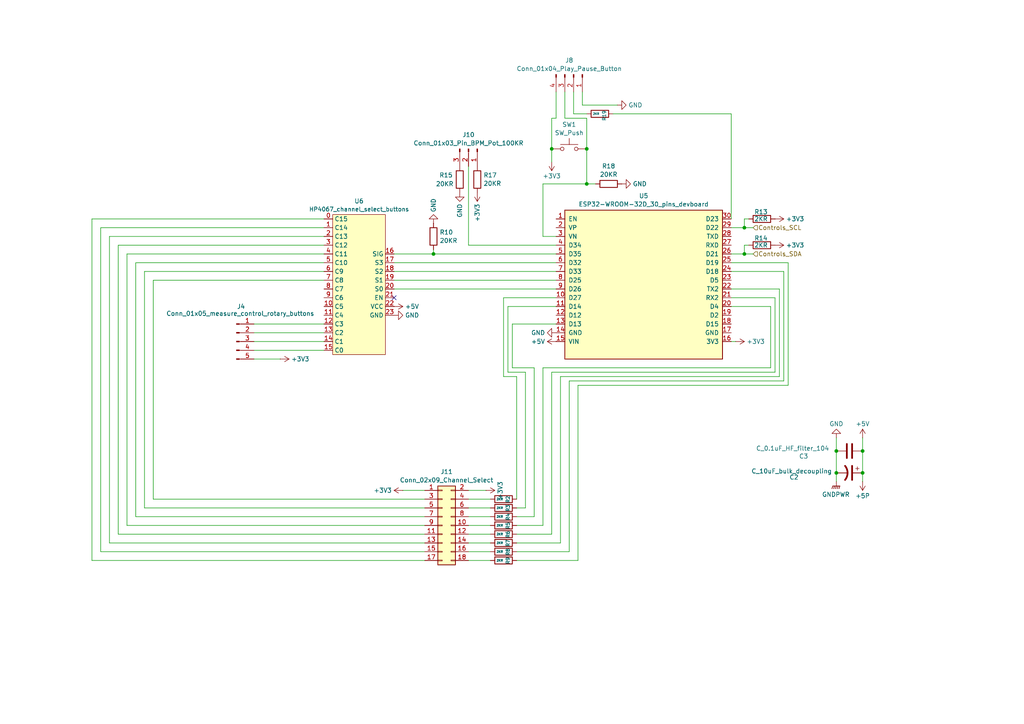
<source format=kicad_sch>
(kicad_sch
	(version 20231120)
	(generator "eeschema")
	(generator_version "8.0")
	(uuid "bdd25c2a-b4f7-4240-a32b-6e1cc6517789")
	(paper "A4")
	(lib_symbols
		(symbol "Connector:Conn_01x03_Pin"
			(pin_names
				(offset 1.016) hide)
			(exclude_from_sim no)
			(in_bom yes)
			(on_board yes)
			(property "Reference" "J"
				(at 0 5.08 0)
				(effects
					(font
						(size 1.27 1.27)
					)
				)
			)
			(property "Value" "Conn_01x03_Pin"
				(at 0 -5.08 0)
				(effects
					(font
						(size 1.27 1.27)
					)
				)
			)
			(property "Footprint" ""
				(at 0 0 0)
				(effects
					(font
						(size 1.27 1.27)
					)
					(hide yes)
				)
			)
			(property "Datasheet" "~"
				(at 0 0 0)
				(effects
					(font
						(size 1.27 1.27)
					)
					(hide yes)
				)
			)
			(property "Description" "Generic connector, single row, 01x03, script generated"
				(at 0 0 0)
				(effects
					(font
						(size 1.27 1.27)
					)
					(hide yes)
				)
			)
			(property "ki_locked" ""
				(at 0 0 0)
				(effects
					(font
						(size 1.27 1.27)
					)
				)
			)
			(property "ki_keywords" "connector"
				(at 0 0 0)
				(effects
					(font
						(size 1.27 1.27)
					)
					(hide yes)
				)
			)
			(property "ki_fp_filters" "Connector*:*_1x??_*"
				(at 0 0 0)
				(effects
					(font
						(size 1.27 1.27)
					)
					(hide yes)
				)
			)
			(symbol "Conn_01x03_Pin_1_1"
				(polyline
					(pts
						(xy 1.27 -2.54) (xy 0.8636 -2.54)
					)
					(stroke
						(width 0.1524)
						(type default)
					)
					(fill
						(type none)
					)
				)
				(polyline
					(pts
						(xy 1.27 0) (xy 0.8636 0)
					)
					(stroke
						(width 0.1524)
						(type default)
					)
					(fill
						(type none)
					)
				)
				(polyline
					(pts
						(xy 1.27 2.54) (xy 0.8636 2.54)
					)
					(stroke
						(width 0.1524)
						(type default)
					)
					(fill
						(type none)
					)
				)
				(rectangle
					(start 0.8636 -2.413)
					(end 0 -2.667)
					(stroke
						(width 0.1524)
						(type default)
					)
					(fill
						(type outline)
					)
				)
				(rectangle
					(start 0.8636 0.127)
					(end 0 -0.127)
					(stroke
						(width 0.1524)
						(type default)
					)
					(fill
						(type outline)
					)
				)
				(rectangle
					(start 0.8636 2.667)
					(end 0 2.413)
					(stroke
						(width 0.1524)
						(type default)
					)
					(fill
						(type outline)
					)
				)
				(pin passive line
					(at 5.08 2.54 180)
					(length 3.81)
					(name "Pin_1"
						(effects
							(font
								(size 1.27 1.27)
							)
						)
					)
					(number "1"
						(effects
							(font
								(size 1.27 1.27)
							)
						)
					)
				)
				(pin passive line
					(at 5.08 0 180)
					(length 3.81)
					(name "Pin_2"
						(effects
							(font
								(size 1.27 1.27)
							)
						)
					)
					(number "2"
						(effects
							(font
								(size 1.27 1.27)
							)
						)
					)
				)
				(pin passive line
					(at 5.08 -2.54 180)
					(length 3.81)
					(name "Pin_3"
						(effects
							(font
								(size 1.27 1.27)
							)
						)
					)
					(number "3"
						(effects
							(font
								(size 1.27 1.27)
							)
						)
					)
				)
			)
		)
		(symbol "Connector:Conn_01x04_Pin"
			(pin_names
				(offset 1.016) hide)
			(exclude_from_sim no)
			(in_bom yes)
			(on_board yes)
			(property "Reference" "J"
				(at 0 5.08 0)
				(effects
					(font
						(size 1.27 1.27)
					)
				)
			)
			(property "Value" "Conn_01x04_Pin"
				(at 0 -7.62 0)
				(effects
					(font
						(size 1.27 1.27)
					)
				)
			)
			(property "Footprint" ""
				(at 0 0 0)
				(effects
					(font
						(size 1.27 1.27)
					)
					(hide yes)
				)
			)
			(property "Datasheet" "~"
				(at 0 0 0)
				(effects
					(font
						(size 1.27 1.27)
					)
					(hide yes)
				)
			)
			(property "Description" "Generic connector, single row, 01x04, script generated"
				(at 0 0 0)
				(effects
					(font
						(size 1.27 1.27)
					)
					(hide yes)
				)
			)
			(property "ki_locked" ""
				(at 0 0 0)
				(effects
					(font
						(size 1.27 1.27)
					)
				)
			)
			(property "ki_keywords" "connector"
				(at 0 0 0)
				(effects
					(font
						(size 1.27 1.27)
					)
					(hide yes)
				)
			)
			(property "ki_fp_filters" "Connector*:*_1x??_*"
				(at 0 0 0)
				(effects
					(font
						(size 1.27 1.27)
					)
					(hide yes)
				)
			)
			(symbol "Conn_01x04_Pin_1_1"
				(polyline
					(pts
						(xy 1.27 -5.08) (xy 0.8636 -5.08)
					)
					(stroke
						(width 0.1524)
						(type default)
					)
					(fill
						(type none)
					)
				)
				(polyline
					(pts
						(xy 1.27 -2.54) (xy 0.8636 -2.54)
					)
					(stroke
						(width 0.1524)
						(type default)
					)
					(fill
						(type none)
					)
				)
				(polyline
					(pts
						(xy 1.27 0) (xy 0.8636 0)
					)
					(stroke
						(width 0.1524)
						(type default)
					)
					(fill
						(type none)
					)
				)
				(polyline
					(pts
						(xy 1.27 2.54) (xy 0.8636 2.54)
					)
					(stroke
						(width 0.1524)
						(type default)
					)
					(fill
						(type none)
					)
				)
				(rectangle
					(start 0.8636 -4.953)
					(end 0 -5.207)
					(stroke
						(width 0.1524)
						(type default)
					)
					(fill
						(type outline)
					)
				)
				(rectangle
					(start 0.8636 -2.413)
					(end 0 -2.667)
					(stroke
						(width 0.1524)
						(type default)
					)
					(fill
						(type outline)
					)
				)
				(rectangle
					(start 0.8636 0.127)
					(end 0 -0.127)
					(stroke
						(width 0.1524)
						(type default)
					)
					(fill
						(type outline)
					)
				)
				(rectangle
					(start 0.8636 2.667)
					(end 0 2.413)
					(stroke
						(width 0.1524)
						(type default)
					)
					(fill
						(type outline)
					)
				)
				(pin passive line
					(at 5.08 2.54 180)
					(length 3.81)
					(name "Pin_1"
						(effects
							(font
								(size 1.27 1.27)
							)
						)
					)
					(number "1"
						(effects
							(font
								(size 1.27 1.27)
							)
						)
					)
				)
				(pin passive line
					(at 5.08 0 180)
					(length 3.81)
					(name "Pin_2"
						(effects
							(font
								(size 1.27 1.27)
							)
						)
					)
					(number "2"
						(effects
							(font
								(size 1.27 1.27)
							)
						)
					)
				)
				(pin passive line
					(at 5.08 -2.54 180)
					(length 3.81)
					(name "Pin_3"
						(effects
							(font
								(size 1.27 1.27)
							)
						)
					)
					(number "3"
						(effects
							(font
								(size 1.27 1.27)
							)
						)
					)
				)
				(pin passive line
					(at 5.08 -5.08 180)
					(length 3.81)
					(name "Pin_4"
						(effects
							(font
								(size 1.27 1.27)
							)
						)
					)
					(number "4"
						(effects
							(font
								(size 1.27 1.27)
							)
						)
					)
				)
			)
		)
		(symbol "Connector:Conn_01x05_Pin"
			(pin_names
				(offset 1.016) hide)
			(exclude_from_sim no)
			(in_bom yes)
			(on_board yes)
			(property "Reference" "J"
				(at 0 7.62 0)
				(effects
					(font
						(size 1.27 1.27)
					)
				)
			)
			(property "Value" "Conn_01x05_Pin"
				(at 0 -7.62 0)
				(effects
					(font
						(size 1.27 1.27)
					)
				)
			)
			(property "Footprint" ""
				(at 0 0 0)
				(effects
					(font
						(size 1.27 1.27)
					)
					(hide yes)
				)
			)
			(property "Datasheet" "~"
				(at 0 0 0)
				(effects
					(font
						(size 1.27 1.27)
					)
					(hide yes)
				)
			)
			(property "Description" "Generic connector, single row, 01x05, script generated"
				(at 0 0 0)
				(effects
					(font
						(size 1.27 1.27)
					)
					(hide yes)
				)
			)
			(property "ki_locked" ""
				(at 0 0 0)
				(effects
					(font
						(size 1.27 1.27)
					)
				)
			)
			(property "ki_keywords" "connector"
				(at 0 0 0)
				(effects
					(font
						(size 1.27 1.27)
					)
					(hide yes)
				)
			)
			(property "ki_fp_filters" "Connector*:*_1x??_*"
				(at 0 0 0)
				(effects
					(font
						(size 1.27 1.27)
					)
					(hide yes)
				)
			)
			(symbol "Conn_01x05_Pin_1_1"
				(polyline
					(pts
						(xy 1.27 -5.08) (xy 0.8636 -5.08)
					)
					(stroke
						(width 0.1524)
						(type default)
					)
					(fill
						(type none)
					)
				)
				(polyline
					(pts
						(xy 1.27 -2.54) (xy 0.8636 -2.54)
					)
					(stroke
						(width 0.1524)
						(type default)
					)
					(fill
						(type none)
					)
				)
				(polyline
					(pts
						(xy 1.27 0) (xy 0.8636 0)
					)
					(stroke
						(width 0.1524)
						(type default)
					)
					(fill
						(type none)
					)
				)
				(polyline
					(pts
						(xy 1.27 2.54) (xy 0.8636 2.54)
					)
					(stroke
						(width 0.1524)
						(type default)
					)
					(fill
						(type none)
					)
				)
				(polyline
					(pts
						(xy 1.27 5.08) (xy 0.8636 5.08)
					)
					(stroke
						(width 0.1524)
						(type default)
					)
					(fill
						(type none)
					)
				)
				(rectangle
					(start 0.8636 -4.953)
					(end 0 -5.207)
					(stroke
						(width 0.1524)
						(type default)
					)
					(fill
						(type outline)
					)
				)
				(rectangle
					(start 0.8636 -2.413)
					(end 0 -2.667)
					(stroke
						(width 0.1524)
						(type default)
					)
					(fill
						(type outline)
					)
				)
				(rectangle
					(start 0.8636 0.127)
					(end 0 -0.127)
					(stroke
						(width 0.1524)
						(type default)
					)
					(fill
						(type outline)
					)
				)
				(rectangle
					(start 0.8636 2.667)
					(end 0 2.413)
					(stroke
						(width 0.1524)
						(type default)
					)
					(fill
						(type outline)
					)
				)
				(rectangle
					(start 0.8636 5.207)
					(end 0 4.953)
					(stroke
						(width 0.1524)
						(type default)
					)
					(fill
						(type outline)
					)
				)
				(pin passive line
					(at 5.08 5.08 180)
					(length 3.81)
					(name "Pin_1"
						(effects
							(font
								(size 1.27 1.27)
							)
						)
					)
					(number "1"
						(effects
							(font
								(size 1.27 1.27)
							)
						)
					)
				)
				(pin passive line
					(at 5.08 2.54 180)
					(length 3.81)
					(name "Pin_2"
						(effects
							(font
								(size 1.27 1.27)
							)
						)
					)
					(number "2"
						(effects
							(font
								(size 1.27 1.27)
							)
						)
					)
				)
				(pin passive line
					(at 5.08 0 180)
					(length 3.81)
					(name "Pin_3"
						(effects
							(font
								(size 1.27 1.27)
							)
						)
					)
					(number "3"
						(effects
							(font
								(size 1.27 1.27)
							)
						)
					)
				)
				(pin passive line
					(at 5.08 -2.54 180)
					(length 3.81)
					(name "Pin_4"
						(effects
							(font
								(size 1.27 1.27)
							)
						)
					)
					(number "4"
						(effects
							(font
								(size 1.27 1.27)
							)
						)
					)
				)
				(pin passive line
					(at 5.08 -5.08 180)
					(length 3.81)
					(name "Pin_5"
						(effects
							(font
								(size 1.27 1.27)
							)
						)
					)
					(number "5"
						(effects
							(font
								(size 1.27 1.27)
							)
						)
					)
				)
			)
		)
		(symbol "Connector_Generic:Conn_02x09_Odd_Even"
			(pin_names
				(offset 1.016) hide)
			(exclude_from_sim no)
			(in_bom yes)
			(on_board yes)
			(property "Reference" "J"
				(at 1.27 12.7 0)
				(effects
					(font
						(size 1.27 1.27)
					)
				)
			)
			(property "Value" "Conn_02x09_Odd_Even"
				(at 1.27 -12.7 0)
				(effects
					(font
						(size 1.27 1.27)
					)
				)
			)
			(property "Footprint" ""
				(at 0 0 0)
				(effects
					(font
						(size 1.27 1.27)
					)
					(hide yes)
				)
			)
			(property "Datasheet" "~"
				(at 0 0 0)
				(effects
					(font
						(size 1.27 1.27)
					)
					(hide yes)
				)
			)
			(property "Description" "Generic connector, double row, 02x09, odd/even pin numbering scheme (row 1 odd numbers, row 2 even numbers), script generated (kicad-library-utils/schlib/autogen/connector/)"
				(at 0 0 0)
				(effects
					(font
						(size 1.27 1.27)
					)
					(hide yes)
				)
			)
			(property "ki_keywords" "connector"
				(at 0 0 0)
				(effects
					(font
						(size 1.27 1.27)
					)
					(hide yes)
				)
			)
			(property "ki_fp_filters" "Connector*:*_2x??_*"
				(at 0 0 0)
				(effects
					(font
						(size 1.27 1.27)
					)
					(hide yes)
				)
			)
			(symbol "Conn_02x09_Odd_Even_1_1"
				(rectangle
					(start -1.27 -10.033)
					(end 0 -10.287)
					(stroke
						(width 0.1524)
						(type default)
					)
					(fill
						(type none)
					)
				)
				(rectangle
					(start -1.27 -7.493)
					(end 0 -7.747)
					(stroke
						(width 0.1524)
						(type default)
					)
					(fill
						(type none)
					)
				)
				(rectangle
					(start -1.27 -4.953)
					(end 0 -5.207)
					(stroke
						(width 0.1524)
						(type default)
					)
					(fill
						(type none)
					)
				)
				(rectangle
					(start -1.27 -2.413)
					(end 0 -2.667)
					(stroke
						(width 0.1524)
						(type default)
					)
					(fill
						(type none)
					)
				)
				(rectangle
					(start -1.27 0.127)
					(end 0 -0.127)
					(stroke
						(width 0.1524)
						(type default)
					)
					(fill
						(type none)
					)
				)
				(rectangle
					(start -1.27 2.667)
					(end 0 2.413)
					(stroke
						(width 0.1524)
						(type default)
					)
					(fill
						(type none)
					)
				)
				(rectangle
					(start -1.27 5.207)
					(end 0 4.953)
					(stroke
						(width 0.1524)
						(type default)
					)
					(fill
						(type none)
					)
				)
				(rectangle
					(start -1.27 7.747)
					(end 0 7.493)
					(stroke
						(width 0.1524)
						(type default)
					)
					(fill
						(type none)
					)
				)
				(rectangle
					(start -1.27 10.287)
					(end 0 10.033)
					(stroke
						(width 0.1524)
						(type default)
					)
					(fill
						(type none)
					)
				)
				(rectangle
					(start -1.27 11.43)
					(end 3.81 -11.43)
					(stroke
						(width 0.254)
						(type default)
					)
					(fill
						(type background)
					)
				)
				(rectangle
					(start 3.81 -10.033)
					(end 2.54 -10.287)
					(stroke
						(width 0.1524)
						(type default)
					)
					(fill
						(type none)
					)
				)
				(rectangle
					(start 3.81 -7.493)
					(end 2.54 -7.747)
					(stroke
						(width 0.1524)
						(type default)
					)
					(fill
						(type none)
					)
				)
				(rectangle
					(start 3.81 -4.953)
					(end 2.54 -5.207)
					(stroke
						(width 0.1524)
						(type default)
					)
					(fill
						(type none)
					)
				)
				(rectangle
					(start 3.81 -2.413)
					(end 2.54 -2.667)
					(stroke
						(width 0.1524)
						(type default)
					)
					(fill
						(type none)
					)
				)
				(rectangle
					(start 3.81 0.127)
					(end 2.54 -0.127)
					(stroke
						(width 0.1524)
						(type default)
					)
					(fill
						(type none)
					)
				)
				(rectangle
					(start 3.81 2.667)
					(end 2.54 2.413)
					(stroke
						(width 0.1524)
						(type default)
					)
					(fill
						(type none)
					)
				)
				(rectangle
					(start 3.81 5.207)
					(end 2.54 4.953)
					(stroke
						(width 0.1524)
						(type default)
					)
					(fill
						(type none)
					)
				)
				(rectangle
					(start 3.81 7.747)
					(end 2.54 7.493)
					(stroke
						(width 0.1524)
						(type default)
					)
					(fill
						(type none)
					)
				)
				(rectangle
					(start 3.81 10.287)
					(end 2.54 10.033)
					(stroke
						(width 0.1524)
						(type default)
					)
					(fill
						(type none)
					)
				)
				(pin passive line
					(at -5.08 10.16 0)
					(length 3.81)
					(name "Pin_1"
						(effects
							(font
								(size 1.27 1.27)
							)
						)
					)
					(number "1"
						(effects
							(font
								(size 1.27 1.27)
							)
						)
					)
				)
				(pin passive line
					(at 7.62 0 180)
					(length 3.81)
					(name "Pin_10"
						(effects
							(font
								(size 1.27 1.27)
							)
						)
					)
					(number "10"
						(effects
							(font
								(size 1.27 1.27)
							)
						)
					)
				)
				(pin passive line
					(at -5.08 -2.54 0)
					(length 3.81)
					(name "Pin_11"
						(effects
							(font
								(size 1.27 1.27)
							)
						)
					)
					(number "11"
						(effects
							(font
								(size 1.27 1.27)
							)
						)
					)
				)
				(pin passive line
					(at 7.62 -2.54 180)
					(length 3.81)
					(name "Pin_12"
						(effects
							(font
								(size 1.27 1.27)
							)
						)
					)
					(number "12"
						(effects
							(font
								(size 1.27 1.27)
							)
						)
					)
				)
				(pin passive line
					(at -5.08 -5.08 0)
					(length 3.81)
					(name "Pin_13"
						(effects
							(font
								(size 1.27 1.27)
							)
						)
					)
					(number "13"
						(effects
							(font
								(size 1.27 1.27)
							)
						)
					)
				)
				(pin passive line
					(at 7.62 -5.08 180)
					(length 3.81)
					(name "Pin_14"
						(effects
							(font
								(size 1.27 1.27)
							)
						)
					)
					(number "14"
						(effects
							(font
								(size 1.27 1.27)
							)
						)
					)
				)
				(pin passive line
					(at -5.08 -7.62 0)
					(length 3.81)
					(name "Pin_15"
						(effects
							(font
								(size 1.27 1.27)
							)
						)
					)
					(number "15"
						(effects
							(font
								(size 1.27 1.27)
							)
						)
					)
				)
				(pin passive line
					(at 7.62 -7.62 180)
					(length 3.81)
					(name "Pin_16"
						(effects
							(font
								(size 1.27 1.27)
							)
						)
					)
					(number "16"
						(effects
							(font
								(size 1.27 1.27)
							)
						)
					)
				)
				(pin passive line
					(at -5.08 -10.16 0)
					(length 3.81)
					(name "Pin_17"
						(effects
							(font
								(size 1.27 1.27)
							)
						)
					)
					(number "17"
						(effects
							(font
								(size 1.27 1.27)
							)
						)
					)
				)
				(pin passive line
					(at 7.62 -10.16 180)
					(length 3.81)
					(name "Pin_18"
						(effects
							(font
								(size 1.27 1.27)
							)
						)
					)
					(number "18"
						(effects
							(font
								(size 1.27 1.27)
							)
						)
					)
				)
				(pin passive line
					(at 7.62 10.16 180)
					(length 3.81)
					(name "Pin_2"
						(effects
							(font
								(size 1.27 1.27)
							)
						)
					)
					(number "2"
						(effects
							(font
								(size 1.27 1.27)
							)
						)
					)
				)
				(pin passive line
					(at -5.08 7.62 0)
					(length 3.81)
					(name "Pin_3"
						(effects
							(font
								(size 1.27 1.27)
							)
						)
					)
					(number "3"
						(effects
							(font
								(size 1.27 1.27)
							)
						)
					)
				)
				(pin passive line
					(at 7.62 7.62 180)
					(length 3.81)
					(name "Pin_4"
						(effects
							(font
								(size 1.27 1.27)
							)
						)
					)
					(number "4"
						(effects
							(font
								(size 1.27 1.27)
							)
						)
					)
				)
				(pin passive line
					(at -5.08 5.08 0)
					(length 3.81)
					(name "Pin_5"
						(effects
							(font
								(size 1.27 1.27)
							)
						)
					)
					(number "5"
						(effects
							(font
								(size 1.27 1.27)
							)
						)
					)
				)
				(pin passive line
					(at 7.62 5.08 180)
					(length 3.81)
					(name "Pin_6"
						(effects
							(font
								(size 1.27 1.27)
							)
						)
					)
					(number "6"
						(effects
							(font
								(size 1.27 1.27)
							)
						)
					)
				)
				(pin passive line
					(at -5.08 2.54 0)
					(length 3.81)
					(name "Pin_7"
						(effects
							(font
								(size 1.27 1.27)
							)
						)
					)
					(number "7"
						(effects
							(font
								(size 1.27 1.27)
							)
						)
					)
				)
				(pin passive line
					(at 7.62 2.54 180)
					(length 3.81)
					(name "Pin_8"
						(effects
							(font
								(size 1.27 1.27)
							)
						)
					)
					(number "8"
						(effects
							(font
								(size 1.27 1.27)
							)
						)
					)
				)
				(pin passive line
					(at -5.08 0 0)
					(length 3.81)
					(name "Pin_9"
						(effects
							(font
								(size 1.27 1.27)
							)
						)
					)
					(number "9"
						(effects
							(font
								(size 1.27 1.27)
							)
						)
					)
				)
			)
		)
		(symbol "Device:C"
			(pin_numbers hide)
			(pin_names
				(offset 0.254)
			)
			(exclude_from_sim no)
			(in_bom yes)
			(on_board yes)
			(property "Reference" "C"
				(at 0.635 2.54 0)
				(effects
					(font
						(size 1.27 1.27)
					)
					(justify left)
				)
			)
			(property "Value" "C"
				(at 0.635 -2.54 0)
				(effects
					(font
						(size 1.27 1.27)
					)
					(justify left)
				)
			)
			(property "Footprint" ""
				(at 0.9652 -3.81 0)
				(effects
					(font
						(size 1.27 1.27)
					)
					(hide yes)
				)
			)
			(property "Datasheet" "~"
				(at 0 0 0)
				(effects
					(font
						(size 1.27 1.27)
					)
					(hide yes)
				)
			)
			(property "Description" "Unpolarized capacitor"
				(at 0 0 0)
				(effects
					(font
						(size 1.27 1.27)
					)
					(hide yes)
				)
			)
			(property "ki_keywords" "cap capacitor"
				(at 0 0 0)
				(effects
					(font
						(size 1.27 1.27)
					)
					(hide yes)
				)
			)
			(property "ki_fp_filters" "C_*"
				(at 0 0 0)
				(effects
					(font
						(size 1.27 1.27)
					)
					(hide yes)
				)
			)
			(symbol "C_0_1"
				(polyline
					(pts
						(xy -2.032 -0.762) (xy 2.032 -0.762)
					)
					(stroke
						(width 0.508)
						(type default)
					)
					(fill
						(type none)
					)
				)
				(polyline
					(pts
						(xy -2.032 0.762) (xy 2.032 0.762)
					)
					(stroke
						(width 0.508)
						(type default)
					)
					(fill
						(type none)
					)
				)
			)
			(symbol "C_1_1"
				(pin passive line
					(at 0 3.81 270)
					(length 2.794)
					(name "~"
						(effects
							(font
								(size 1.27 1.27)
							)
						)
					)
					(number "1"
						(effects
							(font
								(size 1.27 1.27)
							)
						)
					)
				)
				(pin passive line
					(at 0 -3.81 90)
					(length 2.794)
					(name "~"
						(effects
							(font
								(size 1.27 1.27)
							)
						)
					)
					(number "2"
						(effects
							(font
								(size 1.27 1.27)
							)
						)
					)
				)
			)
		)
		(symbol "Device:C_Polarized_US"
			(pin_numbers hide)
			(pin_names
				(offset 0.254) hide)
			(exclude_from_sim no)
			(in_bom yes)
			(on_board yes)
			(property "Reference" "C"
				(at 0.635 2.54 0)
				(effects
					(font
						(size 1.27 1.27)
					)
					(justify left)
				)
			)
			(property "Value" "C_Polarized_US"
				(at 0.635 -2.54 0)
				(effects
					(font
						(size 1.27 1.27)
					)
					(justify left)
				)
			)
			(property "Footprint" ""
				(at 0 0 0)
				(effects
					(font
						(size 1.27 1.27)
					)
					(hide yes)
				)
			)
			(property "Datasheet" "~"
				(at 0 0 0)
				(effects
					(font
						(size 1.27 1.27)
					)
					(hide yes)
				)
			)
			(property "Description" "Polarized capacitor, US symbol"
				(at 0 0 0)
				(effects
					(font
						(size 1.27 1.27)
					)
					(hide yes)
				)
			)
			(property "ki_keywords" "cap capacitor"
				(at 0 0 0)
				(effects
					(font
						(size 1.27 1.27)
					)
					(hide yes)
				)
			)
			(property "ki_fp_filters" "CP_*"
				(at 0 0 0)
				(effects
					(font
						(size 1.27 1.27)
					)
					(hide yes)
				)
			)
			(symbol "C_Polarized_US_0_1"
				(polyline
					(pts
						(xy -2.032 0.762) (xy 2.032 0.762)
					)
					(stroke
						(width 0.508)
						(type default)
					)
					(fill
						(type none)
					)
				)
				(polyline
					(pts
						(xy -1.778 2.286) (xy -0.762 2.286)
					)
					(stroke
						(width 0)
						(type default)
					)
					(fill
						(type none)
					)
				)
				(polyline
					(pts
						(xy -1.27 1.778) (xy -1.27 2.794)
					)
					(stroke
						(width 0)
						(type default)
					)
					(fill
						(type none)
					)
				)
				(arc
					(start 2.032 -1.27)
					(mid 0 -0.5572)
					(end -2.032 -1.27)
					(stroke
						(width 0.508)
						(type default)
					)
					(fill
						(type none)
					)
				)
			)
			(symbol "C_Polarized_US_1_1"
				(pin passive line
					(at 0 3.81 270)
					(length 2.794)
					(name "~"
						(effects
							(font
								(size 1.27 1.27)
							)
						)
					)
					(number "1"
						(effects
							(font
								(size 1.27 1.27)
							)
						)
					)
				)
				(pin passive line
					(at 0 -3.81 90)
					(length 3.302)
					(name "~"
						(effects
							(font
								(size 1.27 1.27)
							)
						)
					)
					(number "2"
						(effects
							(font
								(size 1.27 1.27)
							)
						)
					)
				)
			)
		)
		(symbol "Device:R"
			(pin_numbers hide)
			(pin_names
				(offset 0)
			)
			(exclude_from_sim no)
			(in_bom yes)
			(on_board yes)
			(property "Reference" "R"
				(at 2.032 0 90)
				(effects
					(font
						(size 1.27 1.27)
					)
				)
			)
			(property "Value" "R"
				(at 0 0 90)
				(effects
					(font
						(size 1.27 1.27)
					)
				)
			)
			(property "Footprint" ""
				(at -1.778 0 90)
				(effects
					(font
						(size 1.27 1.27)
					)
					(hide yes)
				)
			)
			(property "Datasheet" "~"
				(at 0 0 0)
				(effects
					(font
						(size 1.27 1.27)
					)
					(hide yes)
				)
			)
			(property "Description" "Resistor"
				(at 0 0 0)
				(effects
					(font
						(size 1.27 1.27)
					)
					(hide yes)
				)
			)
			(property "ki_keywords" "R res resistor"
				(at 0 0 0)
				(effects
					(font
						(size 1.27 1.27)
					)
					(hide yes)
				)
			)
			(property "ki_fp_filters" "R_*"
				(at 0 0 0)
				(effects
					(font
						(size 1.27 1.27)
					)
					(hide yes)
				)
			)
			(symbol "R_0_1"
				(rectangle
					(start -1.016 -2.54)
					(end 1.016 2.54)
					(stroke
						(width 0.254)
						(type default)
					)
					(fill
						(type none)
					)
				)
			)
			(symbol "R_1_1"
				(pin passive line
					(at 0 3.81 270)
					(length 1.27)
					(name "~"
						(effects
							(font
								(size 1.27 1.27)
							)
						)
					)
					(number "1"
						(effects
							(font
								(size 1.27 1.27)
							)
						)
					)
				)
				(pin passive line
					(at 0 -3.81 90)
					(length 1.27)
					(name "~"
						(effects
							(font
								(size 1.27 1.27)
							)
						)
					)
					(number "2"
						(effects
							(font
								(size 1.27 1.27)
							)
						)
					)
				)
			)
		)
		(symbol "Switch:SW_Push"
			(pin_numbers hide)
			(pin_names
				(offset 1.016) hide)
			(exclude_from_sim no)
			(in_bom yes)
			(on_board yes)
			(property "Reference" "SW"
				(at 1.27 2.54 0)
				(effects
					(font
						(size 1.27 1.27)
					)
					(justify left)
				)
			)
			(property "Value" "SW_Push"
				(at 0 -1.524 0)
				(effects
					(font
						(size 1.27 1.27)
					)
				)
			)
			(property "Footprint" ""
				(at 0 5.08 0)
				(effects
					(font
						(size 1.27 1.27)
					)
					(hide yes)
				)
			)
			(property "Datasheet" "~"
				(at 0 5.08 0)
				(effects
					(font
						(size 1.27 1.27)
					)
					(hide yes)
				)
			)
			(property "Description" "Push button switch, generic, two pins"
				(at 0 0 0)
				(effects
					(font
						(size 1.27 1.27)
					)
					(hide yes)
				)
			)
			(property "ki_keywords" "switch normally-open pushbutton push-button"
				(at 0 0 0)
				(effects
					(font
						(size 1.27 1.27)
					)
					(hide yes)
				)
			)
			(symbol "SW_Push_0_1"
				(circle
					(center -2.032 0)
					(radius 0.508)
					(stroke
						(width 0)
						(type default)
					)
					(fill
						(type none)
					)
				)
				(polyline
					(pts
						(xy 0 1.27) (xy 0 3.048)
					)
					(stroke
						(width 0)
						(type default)
					)
					(fill
						(type none)
					)
				)
				(polyline
					(pts
						(xy 2.54 1.27) (xy -2.54 1.27)
					)
					(stroke
						(width 0)
						(type default)
					)
					(fill
						(type none)
					)
				)
				(circle
					(center 2.032 0)
					(radius 0.508)
					(stroke
						(width 0)
						(type default)
					)
					(fill
						(type none)
					)
				)
				(pin passive line
					(at -5.08 0 0)
					(length 2.54)
					(name "1"
						(effects
							(font
								(size 1.27 1.27)
							)
						)
					)
					(number "1"
						(effects
							(font
								(size 1.27 1.27)
							)
						)
					)
				)
				(pin passive line
					(at 5.08 0 180)
					(length 2.54)
					(name "2"
						(effects
							(font
								(size 1.27 1.27)
							)
						)
					)
					(number "2"
						(effects
							(font
								(size 1.27 1.27)
							)
						)
					)
				)
			)
		)
		(symbol "power:+3V3"
			(power)
			(pin_numbers hide)
			(pin_names
				(offset 0) hide)
			(exclude_from_sim no)
			(in_bom yes)
			(on_board yes)
			(property "Reference" "#PWR"
				(at 0 -3.81 0)
				(effects
					(font
						(size 1.27 1.27)
					)
					(hide yes)
				)
			)
			(property "Value" "+3V3"
				(at 0 3.556 0)
				(effects
					(font
						(size 1.27 1.27)
					)
				)
			)
			(property "Footprint" ""
				(at 0 0 0)
				(effects
					(font
						(size 1.27 1.27)
					)
					(hide yes)
				)
			)
			(property "Datasheet" ""
				(at 0 0 0)
				(effects
					(font
						(size 1.27 1.27)
					)
					(hide yes)
				)
			)
			(property "Description" "Power symbol creates a global label with name \"+3V3\""
				(at 0 0 0)
				(effects
					(font
						(size 1.27 1.27)
					)
					(hide yes)
				)
			)
			(property "ki_keywords" "global power"
				(at 0 0 0)
				(effects
					(font
						(size 1.27 1.27)
					)
					(hide yes)
				)
			)
			(symbol "+3V3_0_1"
				(polyline
					(pts
						(xy -0.762 1.27) (xy 0 2.54)
					)
					(stroke
						(width 0)
						(type default)
					)
					(fill
						(type none)
					)
				)
				(polyline
					(pts
						(xy 0 0) (xy 0 2.54)
					)
					(stroke
						(width 0)
						(type default)
					)
					(fill
						(type none)
					)
				)
				(polyline
					(pts
						(xy 0 2.54) (xy 0.762 1.27)
					)
					(stroke
						(width 0)
						(type default)
					)
					(fill
						(type none)
					)
				)
			)
			(symbol "+3V3_1_1"
				(pin power_in line
					(at 0 0 90)
					(length 0)
					(name "~"
						(effects
							(font
								(size 1.27 1.27)
							)
						)
					)
					(number "1"
						(effects
							(font
								(size 1.27 1.27)
							)
						)
					)
				)
			)
		)
		(symbol "power:+5P"
			(power)
			(pin_numbers hide)
			(pin_names
				(offset 0) hide)
			(exclude_from_sim no)
			(in_bom yes)
			(on_board yes)
			(property "Reference" "#PWR"
				(at 0 -3.81 0)
				(effects
					(font
						(size 1.27 1.27)
					)
					(hide yes)
				)
			)
			(property "Value" "+5P"
				(at 0 3.556 0)
				(effects
					(font
						(size 1.27 1.27)
					)
				)
			)
			(property "Footprint" ""
				(at 0 0 0)
				(effects
					(font
						(size 1.27 1.27)
					)
					(hide yes)
				)
			)
			(property "Datasheet" ""
				(at 0 0 0)
				(effects
					(font
						(size 1.27 1.27)
					)
					(hide yes)
				)
			)
			(property "Description" "Power symbol creates a global label with name \"+5P\""
				(at 0 0 0)
				(effects
					(font
						(size 1.27 1.27)
					)
					(hide yes)
				)
			)
			(property "ki_keywords" "global power"
				(at 0 0 0)
				(effects
					(font
						(size 1.27 1.27)
					)
					(hide yes)
				)
			)
			(symbol "+5P_0_1"
				(polyline
					(pts
						(xy -0.762 1.27) (xy 0 2.54)
					)
					(stroke
						(width 0)
						(type default)
					)
					(fill
						(type none)
					)
				)
				(polyline
					(pts
						(xy 0 0) (xy 0 2.54)
					)
					(stroke
						(width 0)
						(type default)
					)
					(fill
						(type none)
					)
				)
				(polyline
					(pts
						(xy 0 2.54) (xy 0.762 1.27)
					)
					(stroke
						(width 0)
						(type default)
					)
					(fill
						(type none)
					)
				)
			)
			(symbol "+5P_1_1"
				(pin power_in line
					(at 0 0 90)
					(length 0)
					(name "~"
						(effects
							(font
								(size 1.27 1.27)
							)
						)
					)
					(number "1"
						(effects
							(font
								(size 1.27 1.27)
							)
						)
					)
				)
			)
		)
		(symbol "power:+5V"
			(power)
			(pin_numbers hide)
			(pin_names
				(offset 0) hide)
			(exclude_from_sim no)
			(in_bom yes)
			(on_board yes)
			(property "Reference" "#PWR"
				(at 0 -3.81 0)
				(effects
					(font
						(size 1.27 1.27)
					)
					(hide yes)
				)
			)
			(property "Value" "+5V"
				(at 0 3.556 0)
				(effects
					(font
						(size 1.27 1.27)
					)
				)
			)
			(property "Footprint" ""
				(at 0 0 0)
				(effects
					(font
						(size 1.27 1.27)
					)
					(hide yes)
				)
			)
			(property "Datasheet" ""
				(at 0 0 0)
				(effects
					(font
						(size 1.27 1.27)
					)
					(hide yes)
				)
			)
			(property "Description" "Power symbol creates a global label with name \"+5V\""
				(at 0 0 0)
				(effects
					(font
						(size 1.27 1.27)
					)
					(hide yes)
				)
			)
			(property "ki_keywords" "global power"
				(at 0 0 0)
				(effects
					(font
						(size 1.27 1.27)
					)
					(hide yes)
				)
			)
			(symbol "+5V_0_1"
				(polyline
					(pts
						(xy -0.762 1.27) (xy 0 2.54)
					)
					(stroke
						(width 0)
						(type default)
					)
					(fill
						(type none)
					)
				)
				(polyline
					(pts
						(xy 0 0) (xy 0 2.54)
					)
					(stroke
						(width 0)
						(type default)
					)
					(fill
						(type none)
					)
				)
				(polyline
					(pts
						(xy 0 2.54) (xy 0.762 1.27)
					)
					(stroke
						(width 0)
						(type default)
					)
					(fill
						(type none)
					)
				)
			)
			(symbol "+5V_1_1"
				(pin power_in line
					(at 0 0 90)
					(length 0)
					(name "~"
						(effects
							(font
								(size 1.27 1.27)
							)
						)
					)
					(number "1"
						(effects
							(font
								(size 1.27 1.27)
							)
						)
					)
				)
			)
		)
		(symbol "power:GND"
			(power)
			(pin_numbers hide)
			(pin_names
				(offset 0) hide)
			(exclude_from_sim no)
			(in_bom yes)
			(on_board yes)
			(property "Reference" "#PWR"
				(at 0 -6.35 0)
				(effects
					(font
						(size 1.27 1.27)
					)
					(hide yes)
				)
			)
			(property "Value" "GND"
				(at 0 -3.81 0)
				(effects
					(font
						(size 1.27 1.27)
					)
				)
			)
			(property "Footprint" ""
				(at 0 0 0)
				(effects
					(font
						(size 1.27 1.27)
					)
					(hide yes)
				)
			)
			(property "Datasheet" ""
				(at 0 0 0)
				(effects
					(font
						(size 1.27 1.27)
					)
					(hide yes)
				)
			)
			(property "Description" "Power symbol creates a global label with name \"GND\" , ground"
				(at 0 0 0)
				(effects
					(font
						(size 1.27 1.27)
					)
					(hide yes)
				)
			)
			(property "ki_keywords" "global power"
				(at 0 0 0)
				(effects
					(font
						(size 1.27 1.27)
					)
					(hide yes)
				)
			)
			(symbol "GND_0_1"
				(polyline
					(pts
						(xy 0 0) (xy 0 -1.27) (xy 1.27 -1.27) (xy 0 -2.54) (xy -1.27 -1.27) (xy 0 -1.27)
					)
					(stroke
						(width 0)
						(type default)
					)
					(fill
						(type none)
					)
				)
			)
			(symbol "GND_1_1"
				(pin power_in line
					(at 0 0 270)
					(length 0)
					(name "~"
						(effects
							(font
								(size 1.27 1.27)
							)
						)
					)
					(number "1"
						(effects
							(font
								(size 1.27 1.27)
							)
						)
					)
				)
			)
		)
		(symbol "power:GNDPWR"
			(power)
			(pin_numbers hide)
			(pin_names
				(offset 0) hide)
			(exclude_from_sim no)
			(in_bom yes)
			(on_board yes)
			(property "Reference" "#PWR"
				(at 0 -5.08 0)
				(effects
					(font
						(size 1.27 1.27)
					)
					(hide yes)
				)
			)
			(property "Value" "GNDPWR"
				(at 0 -3.302 0)
				(effects
					(font
						(size 1.27 1.27)
					)
				)
			)
			(property "Footprint" ""
				(at 0 -1.27 0)
				(effects
					(font
						(size 1.27 1.27)
					)
					(hide yes)
				)
			)
			(property "Datasheet" ""
				(at 0 -1.27 0)
				(effects
					(font
						(size 1.27 1.27)
					)
					(hide yes)
				)
			)
			(property "Description" "Power symbol creates a global label with name \"GNDPWR\" , global ground"
				(at 0 0 0)
				(effects
					(font
						(size 1.27 1.27)
					)
					(hide yes)
				)
			)
			(property "ki_keywords" "global ground"
				(at 0 0 0)
				(effects
					(font
						(size 1.27 1.27)
					)
					(hide yes)
				)
			)
			(symbol "GNDPWR_0_1"
				(polyline
					(pts
						(xy 0 -1.27) (xy 0 0)
					)
					(stroke
						(width 0)
						(type default)
					)
					(fill
						(type none)
					)
				)
				(polyline
					(pts
						(xy -1.016 -1.27) (xy -1.27 -2.032) (xy -1.27 -2.032)
					)
					(stroke
						(width 0.2032)
						(type default)
					)
					(fill
						(type none)
					)
				)
				(polyline
					(pts
						(xy -0.508 -1.27) (xy -0.762 -2.032) (xy -0.762 -2.032)
					)
					(stroke
						(width 0.2032)
						(type default)
					)
					(fill
						(type none)
					)
				)
				(polyline
					(pts
						(xy 0 -1.27) (xy -0.254 -2.032) (xy -0.254 -2.032)
					)
					(stroke
						(width 0.2032)
						(type default)
					)
					(fill
						(type none)
					)
				)
				(polyline
					(pts
						(xy 0.508 -1.27) (xy 0.254 -2.032) (xy 0.254 -2.032)
					)
					(stroke
						(width 0.2032)
						(type default)
					)
					(fill
						(type none)
					)
				)
				(polyline
					(pts
						(xy 1.016 -1.27) (xy -1.016 -1.27) (xy -1.016 -1.27)
					)
					(stroke
						(width 0.2032)
						(type default)
					)
					(fill
						(type none)
					)
				)
				(polyline
					(pts
						(xy 1.016 -1.27) (xy 0.762 -2.032) (xy 0.762 -2.032) (xy 0.762 -2.032)
					)
					(stroke
						(width 0.2032)
						(type default)
					)
					(fill
						(type none)
					)
				)
			)
			(symbol "GNDPWR_1_1"
				(pin power_in line
					(at 0 0 270)
					(length 0)
					(name "~"
						(effects
							(font
								(size 1.27 1.27)
							)
						)
					)
					(number "1"
						(effects
							(font
								(size 1.27 1.27)
							)
						)
					)
				)
			)
		)
		(symbol "sequencer_library:ESP32-WROOM-32D_30_pins_devboard"
			(pin_names
				(offset 1.016)
			)
			(exclude_from_sim no)
			(in_bom yes)
			(on_board yes)
			(property "Reference" "U"
				(at -22.86 25.4 0)
				(effects
					(font
						(size 1.27 1.27)
					)
					(justify left)
				)
			)
			(property "Value" "ESP32-WROOM-32D_30_pins_devboard"
				(at -22.86 22.86 0)
				(effects
					(font
						(size 1.27 1.27)
					)
					(justify left)
				)
			)
			(property "Footprint" "sequencer:ESP32-WROOM-32D_30_pins_devboard"
				(at 0 -25.4 0)
				(show_name)
				(effects
					(font
						(size 1.27 1.27)
					)
					(hide yes)
				)
			)
			(property "Datasheet" ""
				(at 8.89 -27.94 0)
				(effects
					(font
						(size 1.27 1.27)
					)
					(hide yes)
				)
			)
			(property "Description" "ESP32-WROOM-32D_30_pins_devboard"
				(at -0.254 -20.32 0)
				(effects
					(font
						(size 1.27 1.27)
					)
					(hide yes)
				)
			)
			(symbol "ESP32-WROOM-32D_30_pins_devboard_0_1"
				(rectangle
					(start -22.86 20.32)
					(end 22.86 -22.86)
					(stroke
						(width 0.254)
						(type default)
					)
					(fill
						(type background)
					)
				)
			)
			(symbol "ESP32-WROOM-32D_30_pins_devboard_1_0"
				(pin passive line
					(at -25.4 -15.24 0)
					(length 2.54)
					(name "GND"
						(effects
							(font
								(size 1.27 1.27)
							)
						)
					)
					(number "14"
						(effects
							(font
								(size 1.27 1.27)
							)
						)
					)
				)
				(pin bidirectional line
					(at -25.4 15.24 0)
					(length 2.54)
					(name "VP"
						(effects
							(font
								(size 1.27 1.27)
							)
						)
					)
					(number "2"
						(effects
							(font
								(size 1.27 1.27)
							)
						)
					)
				)
				(pin bidirectional line
					(at 25.4 17.78 180)
					(length 2.54)
					(name "D23"
						(effects
							(font
								(size 1.27 1.27)
							)
						)
					)
					(number "30"
						(effects
							(font
								(size 1.27 1.27)
							)
						)
					)
				)
			)
			(symbol "ESP32-WROOM-32D_30_pins_devboard_1_1"
				(pin input line
					(at -25.4 17.78 0)
					(length 2.54)
					(name "EN"
						(effects
							(font
								(size 1.27 1.27)
							)
						)
					)
					(number "1"
						(effects
							(font
								(size 1.27 1.27)
							)
						)
					)
				)
				(pin bidirectional line
					(at -25.4 -5.08 0)
					(length 2.54)
					(name "D27"
						(effects
							(font
								(size 1.27 1.27)
							)
						)
					)
					(number "10"
						(effects
							(font
								(size 1.27 1.27)
							)
						)
					)
					(alternate "GPIO6/ADC1_CH6" bidirectional line)
					(alternate "GPIO6/FSPICLK" bidirectional line)
					(alternate "GPIO6/LP_GPIO6" bidirectional line)
					(alternate "GPIO6/LP_I2C_SDA" bidirectional line)
					(alternate "GPIO6/MTCK" bidirectional line)
				)
				(pin bidirectional line
					(at -25.4 -7.62 0)
					(length 2.54)
					(name "D14"
						(effects
							(font
								(size 1.27 1.27)
							)
						)
					)
					(number "11"
						(effects
							(font
								(size 1.27 1.27)
							)
						)
					)
				)
				(pin bidirectional line
					(at -25.4 -10.16 0)
					(length 2.54)
					(name "D12"
						(effects
							(font
								(size 1.27 1.27)
							)
						)
					)
					(number "12"
						(effects
							(font
								(size 1.27 1.27)
							)
						)
					)
				)
				(pin bidirectional line
					(at -25.4 -12.7 0)
					(length 2.54)
					(name "D13"
						(effects
							(font
								(size 1.27 1.27)
							)
						)
					)
					(number "13"
						(effects
							(font
								(size 1.27 1.27)
							)
						)
					)
				)
				(pin power_in line
					(at -25.4 -17.78 0)
					(length 2.54)
					(name "VIN"
						(effects
							(font
								(size 1.27 1.27)
							)
						)
					)
					(number "15"
						(effects
							(font
								(size 1.27 1.27)
							)
						)
					)
				)
				(pin power_in line
					(at 25.4 -17.78 180)
					(length 2.54)
					(name "3V3"
						(effects
							(font
								(size 1.27 1.27)
							)
						)
					)
					(number "16"
						(effects
							(font
								(size 1.27 1.27)
							)
						)
					)
				)
				(pin passive line
					(at 25.4 -15.24 180)
					(length 2.54)
					(name "GND"
						(effects
							(font
								(size 1.27 1.27)
							)
						)
					)
					(number "17"
						(effects
							(font
								(size 1.27 1.27)
							)
						)
					)
					(alternate "GPIO12" bidirectional line)
				)
				(pin bidirectional line
					(at 25.4 -12.7 180)
					(length 2.54)
					(name "D15"
						(effects
							(font
								(size 1.27 1.27)
							)
						)
					)
					(number "18"
						(effects
							(font
								(size 1.27 1.27)
							)
						)
					)
					(alternate "GPIO13" bidirectional line)
				)
				(pin bidirectional line
					(at 25.4 -10.16 180)
					(length 2.54)
					(name "D2"
						(effects
							(font
								(size 1.27 1.27)
							)
						)
					)
					(number "19"
						(effects
							(font
								(size 1.27 1.27)
							)
						)
					)
				)
				(pin bidirectional line
					(at 25.4 -7.62 180)
					(length 2.54)
					(name "D4"
						(effects
							(font
								(size 1.27 1.27)
							)
						)
					)
					(number "20"
						(effects
							(font
								(size 1.27 1.27)
							)
						)
					)
				)
				(pin bidirectional line
					(at 25.4 -5.08 180)
					(length 2.54)
					(name "RX2"
						(effects
							(font
								(size 1.27 1.27)
							)
						)
					)
					(number "21"
						(effects
							(font
								(size 1.27 1.27)
							)
						)
					)
				)
				(pin bidirectional line
					(at 25.4 -2.54 180)
					(length 2.54)
					(name "TX2"
						(effects
							(font
								(size 1.27 1.27)
							)
						)
					)
					(number "22"
						(effects
							(font
								(size 1.27 1.27)
							)
						)
					)
					(alternate "GPIO18/FSPICS2" bidirectional line)
					(alternate "GPIO18/SDIO_CMD" bidirectional line)
				)
				(pin bidirectional line
					(at 25.4 0 180)
					(length 2.54)
					(name "D5"
						(effects
							(font
								(size 1.27 1.27)
							)
						)
					)
					(number "23"
						(effects
							(font
								(size 1.27 1.27)
							)
						)
					)
					(alternate "GPIO19/FSPICS3" bidirectional line)
					(alternate "GPIO19/SDIO_CLK" bidirectional line)
				)
				(pin bidirectional line
					(at 25.4 2.54 180)
					(length 2.54)
					(name "D18"
						(effects
							(font
								(size 1.27 1.27)
							)
						)
					)
					(number "24"
						(effects
							(font
								(size 1.27 1.27)
							)
						)
					)
					(alternate "GPIO20/FSPICS4" bidirectional line)
					(alternate "GPIO20/SDIO_DATA0" bidirectional line)
				)
				(pin bidirectional line
					(at 25.4 5.08 180)
					(length 2.54)
					(name "D19"
						(effects
							(font
								(size 1.27 1.27)
							)
						)
					)
					(number "25"
						(effects
							(font
								(size 1.27 1.27)
							)
						)
					)
					(alternate "GPIO21/FSPICS5" bidirectional line)
					(alternate "GPIO21/SDIO_DATA1" bidirectional line)
				)
				(pin bidirectional line
					(at 25.4 7.62 180)
					(length 2.54)
					(name "D21"
						(effects
							(font
								(size 1.27 1.27)
							)
						)
					)
					(number "26"
						(effects
							(font
								(size 1.27 1.27)
							)
						)
					)
					(alternate "GPIO22/SDIO_DATA2" bidirectional line)
				)
				(pin bidirectional line
					(at 25.4 10.16 180)
					(length 2.54)
					(name "RXD"
						(effects
							(font
								(size 1.27 1.27)
							)
						)
					)
					(number "27"
						(effects
							(font
								(size 1.27 1.27)
							)
						)
					)
					(alternate "GPIO23/SDIO_DATA3" bidirectional line)
				)
				(pin bidirectional line
					(at 25.4 12.7 180)
					(length 2.54)
					(name "TXD"
						(effects
							(font
								(size 1.27 1.27)
							)
						)
					)
					(number "28"
						(effects
							(font
								(size 1.27 1.27)
							)
						)
					)
					(alternate "GPIO17" bidirectional line)
					(alternate "GPIO17/FSPICS1" bidirectional line)
				)
				(pin bidirectional line
					(at 25.4 15.24 180)
					(length 2.54)
					(name "D22"
						(effects
							(font
								(size 1.27 1.27)
							)
						)
					)
					(number "29"
						(effects
							(font
								(size 1.27 1.27)
							)
						)
					)
					(alternate "GPIO16" bidirectional line)
					(alternate "GPIO16/FSPICS0" bidirectional line)
				)
				(pin bidirectional line
					(at -25.4 12.7 0)
					(length 2.54)
					(name "VN"
						(effects
							(font
								(size 1.27 1.27)
							)
						)
					)
					(number "3"
						(effects
							(font
								(size 1.27 1.27)
							)
						)
					)
					(alternate "GPIO2/ADC1_CH2" bidirectional line)
					(alternate "GPIO2/FSPIQ" bidirectional line)
					(alternate "GPIO2/LP_GPIO2" bidirectional line)
					(alternate "GPIO2/LP_UART_RTSN" bidirectional line)
				)
				(pin bidirectional line
					(at -25.4 10.16 0)
					(length 2.54)
					(name "D34"
						(effects
							(font
								(size 1.27 1.27)
							)
						)
					)
					(number "4"
						(effects
							(font
								(size 1.27 1.27)
							)
						)
					)
					(alternate "GPIO3/ADC1_CH3" bidirectional line)
					(alternate "GPIO3/LP_GPIO3" bidirectional line)
					(alternate "GPIO3/LP_UART_CTSN" bidirectional line)
				)
				(pin bidirectional line
					(at -25.4 7.62 0)
					(length 2.54)
					(name "D35"
						(effects
							(font
								(size 1.27 1.27)
							)
						)
					)
					(number "5"
						(effects
							(font
								(size 1.27 1.27)
							)
						)
					)
					(alternate "GPIO4" bidirectional line)
					(alternate "GPIO4/ADC1_CH4" bidirectional line)
					(alternate "GPIO4/FSPIHD" bidirectional line)
					(alternate "GPIO4/LP_GPIO4" bidirectional line)
					(alternate "GPIO4/LP_UART_RXD" bidirectional line)
				)
				(pin bidirectional line
					(at -25.4 5.08 0)
					(length 2.54)
					(name "D32"
						(effects
							(font
								(size 1.27 1.27)
							)
						)
					)
					(number "6"
						(effects
							(font
								(size 1.27 1.27)
							)
						)
					)
					(alternate "GPIO5" bidirectional line)
					(alternate "GPIO5/ADC1_CH5" bidirectional line)
					(alternate "GPIO5/FSPIWP" bidirectional line)
					(alternate "GPIO5/LP_GPIO5" bidirectional line)
					(alternate "GPIO5/LP_UART_TXD" bidirectional line)
				)
				(pin bidirectional line
					(at -25.4 2.54 0)
					(length 2.54)
					(name "D33"
						(effects
							(font
								(size 1.27 1.27)
							)
						)
					)
					(number "7"
						(effects
							(font
								(size 1.27 1.27)
							)
						)
					)
					(alternate "GPIO0/ADC1_CH0" bidirectional line)
					(alternate "GPIO0/LP_GPIO0" bidirectional line)
					(alternate "GPIO0/LP_UART_DTRN" bidirectional line)
					(alternate "GPIO0/XTAL_32K_P" bidirectional line)
				)
				(pin bidirectional line
					(at -25.4 0 0)
					(length 2.54)
					(name "D25"
						(effects
							(font
								(size 1.27 1.27)
							)
						)
					)
					(number "8"
						(effects
							(font
								(size 1.27 1.27)
							)
						)
					)
					(alternate "GPIO1/ADC1_CH1" bidirectional line)
					(alternate "GPIO1/LP_GPIO1" bidirectional line)
					(alternate "GPIO1/LP_UART_DSRN" bidirectional line)
					(alternate "GPIO1/XTAL_32K_N" bidirectional line)
				)
				(pin bidirectional line
					(at -25.4 -2.54 0)
					(length 2.54)
					(name "D26"
						(effects
							(font
								(size 1.27 1.27)
							)
						)
					)
					(number "9"
						(effects
							(font
								(size 1.27 1.27)
							)
						)
					)
				)
			)
		)
		(symbol "sequencer_library:HP4067_16_ch_analog_mutiplexer_devboard"
			(exclude_from_sim no)
			(in_bom yes)
			(on_board yes)
			(property "Reference" "U"
				(at 0 2.54 0)
				(effects
					(font
						(size 1.27 1.27)
					)
				)
			)
			(property "Value" "HP4067_16_ch_analog_mutiplexer_devboard"
				(at 10.16 -19.05 90)
				(effects
					(font
						(size 1.2 1.2)
					)
				)
			)
			(property "Footprint" "sequencer:HP4067_16_ch_analog_mutiplexer_devboard"
				(at 7.874 8.382 0)
				(effects
					(font
						(size 1.27 1.27)
					)
					(hide yes)
				)
			)
			(property "Datasheet" ""
				(at 0 0 0)
				(effects
					(font
						(size 1.27 1.27)
					)
					(hide yes)
				)
			)
			(property "Description" ""
				(at 0 0 0)
				(effects
					(font
						(size 1.27 1.27)
					)
					(hide yes)
				)
			)
			(symbol "HP4067_16_ch_analog_mutiplexer_devboard_1_0"
				(pin bidirectional line
					(at 0 0 0)
					(length 2.54)
					(name "C15"
						(effects
							(font
								(size 1.27 1.27)
							)
						)
					)
					(number "0"
						(effects
							(font
								(size 1.27 1.27)
							)
						)
					)
				)
				(pin bidirectional line
					(at 0 -2.54 0)
					(length 2.54)
					(name "C14"
						(effects
							(font
								(size 1.27 1.27)
							)
						)
					)
					(number "1"
						(effects
							(font
								(size 1.27 1.27)
							)
						)
					)
				)
				(pin bidirectional line
					(at 0 -25.4 0)
					(length 2.54)
					(name "C5"
						(effects
							(font
								(size 1.27 1.27)
							)
						)
					)
					(number "10"
						(effects
							(font
								(size 1.27 1.27)
							)
						)
					)
				)
				(pin bidirectional line
					(at 0 -27.94 0)
					(length 2.54)
					(name "C4"
						(effects
							(font
								(size 1.27 1.27)
							)
						)
					)
					(number "11"
						(effects
							(font
								(size 1.27 1.27)
							)
						)
					)
				)
				(pin bidirectional line
					(at 0 -30.48 0)
					(length 2.54)
					(name "C3"
						(effects
							(font
								(size 1.27 1.27)
							)
						)
					)
					(number "12"
						(effects
							(font
								(size 1.27 1.27)
							)
						)
					)
				)
				(pin bidirectional line
					(at 0 -33.02 0)
					(length 2.54)
					(name "C2"
						(effects
							(font
								(size 1.27 1.27)
							)
						)
					)
					(number "13"
						(effects
							(font
								(size 1.27 1.27)
							)
						)
					)
				)
				(pin bidirectional line
					(at 0 -35.56 0)
					(length 2.54)
					(name "C1"
						(effects
							(font
								(size 1.27 1.27)
							)
						)
					)
					(number "14"
						(effects
							(font
								(size 1.27 1.27)
							)
						)
					)
				)
				(pin bidirectional line
					(at 0 -38.1 0)
					(length 2.54)
					(name "C0"
						(effects
							(font
								(size 1.27 1.27)
							)
						)
					)
					(number "15"
						(effects
							(font
								(size 1.27 1.27)
							)
						)
					)
				)
				(pin bidirectional line
					(at 20.32 -10.16 180)
					(length 2.54)
					(name "SIG"
						(effects
							(font
								(size 1.27 1.27)
							)
						)
					)
					(number "16"
						(effects
							(font
								(size 1.27 1.27)
							)
						)
					)
				)
				(pin input line
					(at 20.32 -12.7 180)
					(length 2.54)
					(name "S3"
						(effects
							(font
								(size 1.27 1.27)
							)
						)
					)
					(number "17"
						(effects
							(font
								(size 1.27 1.27)
							)
						)
					)
				)
				(pin input line
					(at 20.32 -15.24 180)
					(length 2.54)
					(name "S2"
						(effects
							(font
								(size 1.27 1.27)
							)
						)
					)
					(number "18"
						(effects
							(font
								(size 1.27 1.27)
							)
						)
					)
				)
				(pin input line
					(at 20.32 -17.78 180)
					(length 2.54)
					(name "S1"
						(effects
							(font
								(size 1.27 1.27)
							)
						)
					)
					(number "19"
						(effects
							(font
								(size 1.27 1.27)
							)
						)
					)
				)
				(pin bidirectional line
					(at 0 -5.08 0)
					(length 2.54)
					(name "C13"
						(effects
							(font
								(size 1.27 1.27)
							)
						)
					)
					(number "2"
						(effects
							(font
								(size 1.27 1.27)
							)
						)
					)
				)
				(pin input line
					(at 20.32 -20.32 180)
					(length 2.54)
					(name "S0"
						(effects
							(font
								(size 1.27 1.27)
							)
						)
					)
					(number "20"
						(effects
							(font
								(size 1.27 1.27)
							)
						)
					)
				)
				(pin input line
					(at 20.32 -22.86 180)
					(length 2.54)
					(name "EN"
						(effects
							(font
								(size 1.27 1.27)
							)
						)
					)
					(number "21"
						(effects
							(font
								(size 1.27 1.27)
							)
						)
					)
				)
				(pin power_in line
					(at 20.32 -25.4 180)
					(length 2.54)
					(name "VCC"
						(effects
							(font
								(size 1.27 1.27)
							)
						)
					)
					(number "22"
						(effects
							(font
								(size 1.27 1.27)
							)
						)
					)
				)
				(pin passive line
					(at 20.32 -27.94 180)
					(length 2.54)
					(name "GND"
						(effects
							(font
								(size 1.27 1.27)
							)
						)
					)
					(number "23"
						(effects
							(font
								(size 1.27 1.27)
							)
						)
					)
				)
				(pin bidirectional line
					(at 0 -7.62 0)
					(length 2.54)
					(name "C12"
						(effects
							(font
								(size 1.27 1.27)
							)
						)
					)
					(number "3"
						(effects
							(font
								(size 1.27 1.27)
							)
						)
					)
				)
				(pin bidirectional line
					(at 0 -10.16 0)
					(length 2.54)
					(name "C11"
						(effects
							(font
								(size 1.27 1.27)
							)
						)
					)
					(number "4"
						(effects
							(font
								(size 1.27 1.27)
							)
						)
					)
				)
				(pin bidirectional line
					(at 0 -12.7 0)
					(length 2.54)
					(name "C10"
						(effects
							(font
								(size 1.27 1.27)
							)
						)
					)
					(number "5"
						(effects
							(font
								(size 1.27 1.27)
							)
						)
					)
				)
				(pin bidirectional line
					(at 0 -15.24 0)
					(length 2.54)
					(name "C9"
						(effects
							(font
								(size 1.27 1.27)
							)
						)
					)
					(number "6"
						(effects
							(font
								(size 1.27 1.27)
							)
						)
					)
				)
				(pin bidirectional line
					(at 0 -17.78 0)
					(length 2.54)
					(name "C8"
						(effects
							(font
								(size 1.27 1.27)
							)
						)
					)
					(number "7"
						(effects
							(font
								(size 1.27 1.27)
							)
						)
					)
				)
				(pin bidirectional line
					(at 0 -20.32 0)
					(length 2.54)
					(name "C7"
						(effects
							(font
								(size 1.27 1.27)
							)
						)
					)
					(number "8"
						(effects
							(font
								(size 1.27 1.27)
							)
						)
					)
				)
				(pin bidirectional line
					(at 0 -22.86 0)
					(length 2.54)
					(name "C6"
						(effects
							(font
								(size 1.27 1.27)
							)
						)
					)
					(number "9"
						(effects
							(font
								(size 1.27 1.27)
							)
						)
					)
				)
			)
			(symbol "HP4067_16_ch_analog_mutiplexer_devboard_1_1"
				(rectangle
					(start 2.54 1.27)
					(end 17.78 -39.37)
					(stroke
						(width 0)
						(type default)
					)
					(fill
						(type background)
					)
				)
			)
		)
	)
	(junction
		(at 125.73 73.66)
		(diameter 0)
		(color 0 0 0 0)
		(uuid "1ebade7c-aee7-4715-b1a7-d71c5f470494")
	)
	(junction
		(at 215.9 66.04)
		(diameter 0)
		(color 0 0 0 0)
		(uuid "3b0b5c05-7186-4b42-94f2-9f2c2421281d")
	)
	(junction
		(at 170.18 43.18)
		(diameter 0)
		(color 0 0 0 0)
		(uuid "59221522-feeb-465e-b8de-7923faa9ff20")
	)
	(junction
		(at 242.57 130.81)
		(diameter 0)
		(color 0 0 0 0)
		(uuid "839e0724-3fa9-4469-a9a3-c8922f6276c9")
	)
	(junction
		(at 250.19 137.16)
		(diameter 0)
		(color 0 0 0 0)
		(uuid "9c1de693-d89a-4d44-a3dd-6b39b77fd440")
	)
	(junction
		(at 160.02 43.18)
		(diameter 0)
		(color 0 0 0 0)
		(uuid "9d5d8b6e-1f67-4a84-bcec-b1137b37dbd3")
	)
	(junction
		(at 215.9 73.66)
		(diameter 0)
		(color 0 0 0 0)
		(uuid "9f4f3fed-6f66-48f6-a51d-6fd93e20c5b3")
	)
	(junction
		(at 250.19 130.81)
		(diameter 0)
		(color 0 0 0 0)
		(uuid "a6eef31c-d7a8-40f8-936f-78cfddf54f58")
	)
	(junction
		(at 242.57 137.16)
		(diameter 0)
		(color 0 0 0 0)
		(uuid "d2075efc-f91d-46ab-92d3-9c62593cdd72")
	)
	(junction
		(at 170.18 53.34)
		(diameter 0)
		(color 0 0 0 0)
		(uuid "dae19102-ae2a-459d-ba4c-dcd8f48af651")
	)
	(no_connect
		(at 114.3 86.36)
		(uuid "abbd82fd-16b6-4274-ac50-50cbdab6e8f4")
	)
	(wire
		(pts
			(xy 31.75 157.48) (xy 123.19 157.48)
		)
		(stroke
			(width 0)
			(type default)
		)
		(uuid "00d673a9-7f9e-4aac-ada1-f5fd1bb62ab3")
	)
	(wire
		(pts
			(xy 29.21 66.04) (xy 93.98 66.04)
		)
		(stroke
			(width 0)
			(type default)
		)
		(uuid "04c5d1da-6ca6-454e-a75e-85c4a11d43aa")
	)
	(wire
		(pts
			(xy 34.29 71.12) (xy 34.29 154.94)
		)
		(stroke
			(width 0)
			(type default)
		)
		(uuid "057d0de4-148c-4bdc-b0b5-100913b7cf5e")
	)
	(wire
		(pts
			(xy 228.6 76.2) (xy 228.6 111.76)
		)
		(stroke
			(width 0)
			(type default)
		)
		(uuid "06bed429-22a3-487f-9b10-8c046ce0c05e")
	)
	(wire
		(pts
			(xy 41.91 78.74) (xy 41.91 147.32)
		)
		(stroke
			(width 0)
			(type default)
		)
		(uuid "076f6199-2554-4b4a-b271-7c97d33cec1f")
	)
	(wire
		(pts
			(xy 114.3 73.66) (xy 125.73 73.66)
		)
		(stroke
			(width 0)
			(type default)
		)
		(uuid "0c522c44-a514-4744-903c-48f4ca0bf8b6")
	)
	(wire
		(pts
			(xy 142.24 157.48) (xy 135.89 157.48)
		)
		(stroke
			(width 0)
			(type default)
		)
		(uuid "0d9ac7e7-ec2c-4363-a851-1dccb73bc1db")
	)
	(wire
		(pts
			(xy 168.91 30.48) (xy 179.07 30.48)
		)
		(stroke
			(width 0)
			(type default)
		)
		(uuid "0da613b9-8b0e-4f45-878c-d0bc33309a1b")
	)
	(wire
		(pts
			(xy 226.06 109.22) (xy 162.56 109.22)
		)
		(stroke
			(width 0)
			(type default)
		)
		(uuid "0db37a4d-3b4a-4845-ad6a-5e7c60e4dda6")
	)
	(wire
		(pts
			(xy 146.05 86.36) (xy 161.29 86.36)
		)
		(stroke
			(width 0)
			(type default)
		)
		(uuid "0dceb1a5-07ab-45bf-9a6c-b56dc2566f82")
	)
	(wire
		(pts
			(xy 227.33 78.74) (xy 227.33 110.49)
		)
		(stroke
			(width 0)
			(type default)
		)
		(uuid "0e09e0e8-6a17-46ae-a99f-e7dc22309ca3")
	)
	(wire
		(pts
			(xy 160.02 43.18) (xy 160.02 46.99)
		)
		(stroke
			(width 0)
			(type default)
		)
		(uuid "0e750644-61ce-4305-ae97-65ba15aa3c0f")
	)
	(wire
		(pts
			(xy 212.09 86.36) (xy 224.79 86.36)
		)
		(stroke
			(width 0)
			(type default)
		)
		(uuid "0edfd715-fbc7-4363-badc-38e562326464")
	)
	(wire
		(pts
			(xy 215.9 71.12) (xy 215.9 73.66)
		)
		(stroke
			(width 0)
			(type default)
		)
		(uuid "0fce4307-957a-4d53-baff-f9c520b6aa0f")
	)
	(wire
		(pts
			(xy 215.9 63.5) (xy 217.17 63.5)
		)
		(stroke
			(width 0)
			(type default)
		)
		(uuid "13da4b4f-fd61-422a-83e2-21e5b3820696")
	)
	(wire
		(pts
			(xy 29.21 160.02) (xy 123.19 160.02)
		)
		(stroke
			(width 0)
			(type default)
		)
		(uuid "1439b74f-d2c8-4233-9635-fdeff38de3d3")
	)
	(wire
		(pts
			(xy 29.21 66.04) (xy 29.21 160.02)
		)
		(stroke
			(width 0)
			(type default)
		)
		(uuid "148a1bcd-e6dd-4fbf-b4d0-8f4701e0e78f")
	)
	(wire
		(pts
			(xy 212.09 33.02) (xy 177.8 33.02)
		)
		(stroke
			(width 0)
			(type default)
		)
		(uuid "15eec112-a580-42cb-a957-72c6ee7cd23f")
	)
	(wire
		(pts
			(xy 160.02 107.95) (xy 160.02 154.94)
		)
		(stroke
			(width 0)
			(type default)
		)
		(uuid "16eb927b-b672-4b7e-a34d-ec370904a82e")
	)
	(wire
		(pts
			(xy 44.45 81.28) (xy 93.98 81.28)
		)
		(stroke
			(width 0)
			(type default)
		)
		(uuid "18d8d4b1-c16a-4572-b007-c637baecb7de")
	)
	(wire
		(pts
			(xy 170.18 34.29) (xy 163.83 34.29)
		)
		(stroke
			(width 0)
			(type default)
		)
		(uuid "1a2dc675-bd9d-4603-a184-710e6f0d61ea")
	)
	(wire
		(pts
			(xy 170.18 33.02) (xy 166.37 33.02)
		)
		(stroke
			(width 0)
			(type default)
		)
		(uuid "1b6cc299-a47a-4aed-a401-daaac4f040df")
	)
	(wire
		(pts
			(xy 160.02 43.18) (xy 160.02 34.29)
		)
		(stroke
			(width 0)
			(type default)
		)
		(uuid "1b7a8da1-d0a1-4ac9-8819-a5b94082b57b")
	)
	(wire
		(pts
			(xy 168.91 26.67) (xy 168.91 30.48)
		)
		(stroke
			(width 0)
			(type default)
		)
		(uuid "1dd80a4f-7ec3-40f3-94cc-855124454688")
	)
	(wire
		(pts
			(xy 154.94 149.86) (xy 149.86 149.86)
		)
		(stroke
			(width 0)
			(type default)
		)
		(uuid "1eaa1252-8d46-4ea4-a28a-6256237df4ac")
	)
	(wire
		(pts
			(xy 125.73 72.39) (xy 125.73 73.66)
		)
		(stroke
			(width 0)
			(type default)
		)
		(uuid "21c6a9c6-6694-41e9-8f0b-d14225d3c688")
	)
	(wire
		(pts
			(xy 157.48 53.34) (xy 157.48 68.58)
		)
		(stroke
			(width 0)
			(type default)
		)
		(uuid "224f7caa-509a-4a9a-a09f-0119a761bdea")
	)
	(wire
		(pts
			(xy 170.18 53.34) (xy 157.48 53.34)
		)
		(stroke
			(width 0)
			(type default)
		)
		(uuid "2457529f-8a27-4a6c-ad2a-4c1262ffc884")
	)
	(wire
		(pts
			(xy 73.66 96.52) (xy 93.98 96.52)
		)
		(stroke
			(width 0)
			(type default)
		)
		(uuid "245d11b6-135c-40a3-b2a3-cdc4fb9c4291")
	)
	(wire
		(pts
			(xy 224.79 107.95) (xy 160.02 107.95)
		)
		(stroke
			(width 0)
			(type default)
		)
		(uuid "246f2e41-d932-4f49-845e-f8132c83789e")
	)
	(wire
		(pts
			(xy 224.79 86.36) (xy 224.79 107.95)
		)
		(stroke
			(width 0)
			(type default)
		)
		(uuid "257a60e0-7eb4-4159-998b-1d08006c3b64")
	)
	(wire
		(pts
			(xy 160.02 154.94) (xy 149.86 154.94)
		)
		(stroke
			(width 0)
			(type default)
		)
		(uuid "276c736e-ceed-4993-8ae6-3ac9ed3fbaa5")
	)
	(wire
		(pts
			(xy 215.9 66.04) (xy 218.44 66.04)
		)
		(stroke
			(width 0)
			(type default)
		)
		(uuid "288d0d5f-dffe-4904-b78b-bcd81da47051")
	)
	(wire
		(pts
			(xy 142.24 149.86) (xy 135.89 149.86)
		)
		(stroke
			(width 0)
			(type default)
		)
		(uuid "2de82a43-ad1e-43ce-9165-acd092d4a659")
	)
	(wire
		(pts
			(xy 167.64 111.76) (xy 167.64 162.56)
		)
		(stroke
			(width 0)
			(type default)
		)
		(uuid "31382d5c-4a89-4c55-b230-75a232ae5332")
	)
	(wire
		(pts
			(xy 146.05 86.36) (xy 146.05 109.22)
		)
		(stroke
			(width 0)
			(type default)
		)
		(uuid "32dc81bc-cd02-4ad1-a203-cf330801a78a")
	)
	(wire
		(pts
			(xy 142.24 152.4) (xy 135.89 152.4)
		)
		(stroke
			(width 0)
			(type default)
		)
		(uuid "3363ae96-09bb-484d-b5b4-595aac62d07b")
	)
	(wire
		(pts
			(xy 170.18 34.29) (xy 170.18 43.18)
		)
		(stroke
			(width 0)
			(type default)
		)
		(uuid "34ba19ab-2838-4990-b9fc-ae64e6eeb0f2")
	)
	(wire
		(pts
			(xy 140.97 142.24) (xy 135.89 142.24)
		)
		(stroke
			(width 0)
			(type default)
		)
		(uuid "35e4f0ad-753b-4db5-8486-dedfffb6bb61")
	)
	(wire
		(pts
			(xy 125.73 73.66) (xy 161.29 73.66)
		)
		(stroke
			(width 0)
			(type default)
		)
		(uuid "41d2208a-e73c-44b9-856e-26b996ce5a99")
	)
	(wire
		(pts
			(xy 223.52 106.68) (xy 157.48 106.68)
		)
		(stroke
			(width 0)
			(type default)
		)
		(uuid "423fa9f0-e855-4aac-ac6b-7376707ac436")
	)
	(wire
		(pts
			(xy 215.9 63.5) (xy 215.9 66.04)
		)
		(stroke
			(width 0)
			(type default)
		)
		(uuid "432df1a8-3efc-4961-bce6-3b211ecccde5")
	)
	(wire
		(pts
			(xy 212.09 83.82) (xy 226.06 83.82)
		)
		(stroke
			(width 0)
			(type default)
		)
		(uuid "44cc54ba-5744-4bad-a163-a5d22ed1686b")
	)
	(wire
		(pts
			(xy 149.86 109.22) (xy 149.86 144.78)
		)
		(stroke
			(width 0)
			(type default)
		)
		(uuid "44dfcff3-39ef-4bba-938c-23610725bfad")
	)
	(wire
		(pts
			(xy 242.57 137.16) (xy 242.57 130.81)
		)
		(stroke
			(width 0)
			(type default)
		)
		(uuid "49a08e64-f587-47a7-9a25-dbba1bb624e0")
	)
	(wire
		(pts
			(xy 39.37 76.2) (xy 93.98 76.2)
		)
		(stroke
			(width 0)
			(type default)
		)
		(uuid "49d9d4ca-cabc-4e45-a693-62bfb3e2f9b2")
	)
	(wire
		(pts
			(xy 26.67 162.56) (xy 123.19 162.56)
		)
		(stroke
			(width 0)
			(type default)
		)
		(uuid "49e0232b-d36a-4763-8584-8767be036cab")
	)
	(wire
		(pts
			(xy 142.24 160.02) (xy 135.89 160.02)
		)
		(stroke
			(width 0)
			(type default)
		)
		(uuid "4f0068e2-1301-40bc-bda2-e6d49b28af6e")
	)
	(wire
		(pts
			(xy 114.3 81.28) (xy 161.29 81.28)
		)
		(stroke
			(width 0)
			(type default)
		)
		(uuid "5030bb07-744d-45e9-8c07-49281b9f6a6b")
	)
	(wire
		(pts
			(xy 148.59 93.98) (xy 161.29 93.98)
		)
		(stroke
			(width 0)
			(type default)
		)
		(uuid "51878733-82c2-479f-8911-6fca932d8969")
	)
	(wire
		(pts
			(xy 31.75 68.58) (xy 31.75 157.48)
		)
		(stroke
			(width 0)
			(type default)
		)
		(uuid "573b1162-f829-4862-974b-96f3dc8d1de9")
	)
	(wire
		(pts
			(xy 215.9 71.12) (xy 217.17 71.12)
		)
		(stroke
			(width 0)
			(type default)
		)
		(uuid "57b886de-edf7-41ca-9ace-dd5a115de8de")
	)
	(wire
		(pts
			(xy 250.19 139.7) (xy 250.19 137.16)
		)
		(stroke
			(width 0)
			(type default)
		)
		(uuid "5afdf824-aee3-4454-bd2b-6116dcfa2a57")
	)
	(wire
		(pts
			(xy 157.48 106.68) (xy 157.48 152.4)
		)
		(stroke
			(width 0)
			(type default)
		)
		(uuid "5c57fd5a-de0d-4e93-87ab-8c37a86f8b0b")
	)
	(wire
		(pts
			(xy 147.32 107.95) (xy 152.4 107.95)
		)
		(stroke
			(width 0)
			(type default)
		)
		(uuid "5c6a86c1-dcb4-4551-90ef-25a73bdbbbeb")
	)
	(wire
		(pts
			(xy 215.9 73.66) (xy 218.44 73.66)
		)
		(stroke
			(width 0)
			(type default)
		)
		(uuid "5e097376-4e98-41fd-b19e-20b218364139")
	)
	(wire
		(pts
			(xy 135.89 48.26) (xy 135.89 71.12)
		)
		(stroke
			(width 0)
			(type default)
		)
		(uuid "612bcd88-a742-4a24-9c68-c0c06af3b261")
	)
	(wire
		(pts
			(xy 36.83 73.66) (xy 93.98 73.66)
		)
		(stroke
			(width 0)
			(type default)
		)
		(uuid "61ab6a04-2a1c-4e10-a9aa-ec259173725b")
	)
	(wire
		(pts
			(xy 73.66 101.6) (xy 93.98 101.6)
		)
		(stroke
			(width 0)
			(type default)
		)
		(uuid "76c30d75-66b9-4732-a5f5-8424c1098662")
	)
	(wire
		(pts
			(xy 165.1 110.49) (xy 165.1 160.02)
		)
		(stroke
			(width 0)
			(type default)
		)
		(uuid "7829844d-f455-498c-ac81-a8f36a6912a6")
	)
	(wire
		(pts
			(xy 226.06 83.82) (xy 226.06 109.22)
		)
		(stroke
			(width 0)
			(type default)
		)
		(uuid "81375df3-cf46-46f8-a356-f2f6d34aa730")
	)
	(wire
		(pts
			(xy 212.09 88.9) (xy 223.52 88.9)
		)
		(stroke
			(width 0)
			(type default)
		)
		(uuid "815f9e24-a3b9-4a92-945e-8318e53d807e")
	)
	(wire
		(pts
			(xy 152.4 107.95) (xy 152.4 147.32)
		)
		(stroke
			(width 0)
			(type default)
		)
		(uuid "81ddfb10-2e4e-415b-bcc8-8da25539f2ea")
	)
	(wire
		(pts
			(xy 36.83 73.66) (xy 36.83 152.4)
		)
		(stroke
			(width 0)
			(type default)
		)
		(uuid "82058e46-04c6-41a0-bc68-117e936d810b")
	)
	(wire
		(pts
			(xy 212.09 76.2) (xy 228.6 76.2)
		)
		(stroke
			(width 0)
			(type default)
		)
		(uuid "83a39abb-e8ae-434f-a7aa-0ce585b3fe27")
	)
	(wire
		(pts
			(xy 142.24 162.56) (xy 135.89 162.56)
		)
		(stroke
			(width 0)
			(type default)
		)
		(uuid "8586c33c-008e-464d-9eec-e62faa9f92a9")
	)
	(wire
		(pts
			(xy 212.09 66.04) (xy 215.9 66.04)
		)
		(stroke
			(width 0)
			(type default)
		)
		(uuid "85e86f04-7779-45af-819d-1744f8f7440f")
	)
	(wire
		(pts
			(xy 250.19 137.16) (xy 250.19 130.81)
		)
		(stroke
			(width 0)
			(type default)
		)
		(uuid "8dbe3d2d-71a5-4b3d-a699-7e8218f09b6c")
	)
	(wire
		(pts
			(xy 142.24 144.78) (xy 135.89 144.78)
		)
		(stroke
			(width 0)
			(type default)
		)
		(uuid "8ef69b4c-9b3f-4382-871f-179f7a2b8fbd")
	)
	(wire
		(pts
			(xy 41.91 147.32) (xy 123.19 147.32)
		)
		(stroke
			(width 0)
			(type default)
		)
		(uuid "9263919f-f722-4fba-b37a-089a5430873b")
	)
	(wire
		(pts
			(xy 227.33 110.49) (xy 165.1 110.49)
		)
		(stroke
			(width 0)
			(type default)
		)
		(uuid "9452ae20-1d30-4d4f-8156-33658b3879b9")
	)
	(wire
		(pts
			(xy 73.66 93.98) (xy 93.98 93.98)
		)
		(stroke
			(width 0)
			(type default)
		)
		(uuid "9509644c-3995-4025-9371-84442a7a6d0c")
	)
	(wire
		(pts
			(xy 34.29 154.94) (xy 123.19 154.94)
		)
		(stroke
			(width 0)
			(type default)
		)
		(uuid "9a5b8e6b-8adc-4f1b-881b-12292a3147c8")
	)
	(wire
		(pts
			(xy 44.45 144.78) (xy 123.19 144.78)
		)
		(stroke
			(width 0)
			(type default)
		)
		(uuid "9dfd832b-0f53-4667-a2f5-197ec5a4fccf")
	)
	(wire
		(pts
			(xy 147.32 88.9) (xy 161.29 88.9)
		)
		(stroke
			(width 0)
			(type default)
		)
		(uuid "9f26562a-48b2-4d2f-a8b7-78871c323b5a")
	)
	(wire
		(pts
			(xy 149.86 152.4) (xy 157.48 152.4)
		)
		(stroke
			(width 0)
			(type default)
		)
		(uuid "a06030f2-abec-4da5-8c6d-c04a3319b8cb")
	)
	(wire
		(pts
			(xy 212.09 99.06) (xy 213.36 99.06)
		)
		(stroke
			(width 0)
			(type default)
		)
		(uuid "a0a6a5f5-0ec0-49d9-a7eb-79410b20907c")
	)
	(wire
		(pts
			(xy 242.57 130.81) (xy 242.57 127)
		)
		(stroke
			(width 0)
			(type default)
		)
		(uuid "a254e26c-557e-40e7-b402-b12710894291")
	)
	(wire
		(pts
			(xy 142.24 147.32) (xy 135.89 147.32)
		)
		(stroke
			(width 0)
			(type default)
		)
		(uuid "a508428d-c360-4cc4-8adf-cabf8994828f")
	)
	(wire
		(pts
			(xy 250.19 130.81) (xy 250.19 127)
		)
		(stroke
			(width 0)
			(type default)
		)
		(uuid "a7179f72-c545-4b88-b934-a3ebb76a4c26")
	)
	(wire
		(pts
			(xy 166.37 33.02) (xy 166.37 26.67)
		)
		(stroke
			(width 0)
			(type default)
		)
		(uuid "a802f926-f1b4-4a43-9a83-6bed3c44e7e8")
	)
	(wire
		(pts
			(xy 157.48 68.58) (xy 161.29 68.58)
		)
		(stroke
			(width 0)
			(type default)
		)
		(uuid "a8680071-4eca-463e-955a-a76e121dec45")
	)
	(wire
		(pts
			(xy 26.67 63.5) (xy 26.67 162.56)
		)
		(stroke
			(width 0)
			(type default)
		)
		(uuid "ad013e17-5f20-4813-b2f6-e760b0d08174")
	)
	(wire
		(pts
			(xy 162.56 109.22) (xy 162.56 157.48)
		)
		(stroke
			(width 0)
			(type default)
		)
		(uuid "ade7b5d3-e9e3-4dd9-a6b5-15106665a867")
	)
	(wire
		(pts
			(xy 212.09 73.66) (xy 215.9 73.66)
		)
		(stroke
			(width 0)
			(type default)
		)
		(uuid "b24b2d7e-b44a-4d48-913a-f1ab07c53d8b")
	)
	(wire
		(pts
			(xy 212.09 78.74) (xy 227.33 78.74)
		)
		(stroke
			(width 0)
			(type default)
		)
		(uuid "b3997ce0-36c8-40ae-974c-89024a729fe5")
	)
	(wire
		(pts
			(xy 135.89 71.12) (xy 161.29 71.12)
		)
		(stroke
			(width 0)
			(type default)
		)
		(uuid "b4f9137b-4847-4291-9471-52e4bb16fbe8")
	)
	(wire
		(pts
			(xy 162.56 157.48) (xy 149.86 157.48)
		)
		(stroke
			(width 0)
			(type default)
		)
		(uuid "b6c9c5d9-77ce-4002-adc6-886d5a75af26")
	)
	(wire
		(pts
			(xy 154.94 106.68) (xy 154.94 149.86)
		)
		(stroke
			(width 0)
			(type default)
		)
		(uuid "b805431f-5022-4339-aa1c-a6b72cad4aac")
	)
	(wire
		(pts
			(xy 165.1 160.02) (xy 149.86 160.02)
		)
		(stroke
			(width 0)
			(type default)
		)
		(uuid "b9756e36-f943-4147-8ea8-67ac76576af6")
	)
	(wire
		(pts
			(xy 73.66 99.06) (xy 93.98 99.06)
		)
		(stroke
			(width 0)
			(type default)
		)
		(uuid "baed7272-5ed2-43db-8b84-d0d42925b584")
	)
	(wire
		(pts
			(xy 160.02 34.29) (xy 161.29 34.29)
		)
		(stroke
			(width 0)
			(type default)
		)
		(uuid "bb491475-f86c-44a7-9238-b0c8f6564b67")
	)
	(wire
		(pts
			(xy 39.37 149.86) (xy 123.19 149.86)
		)
		(stroke
			(width 0)
			(type default)
		)
		(uuid "bd6af092-0ed9-423c-b472-c12bdcef7657")
	)
	(wire
		(pts
			(xy 163.83 34.29) (xy 163.83 26.67)
		)
		(stroke
			(width 0)
			(type default)
		)
		(uuid "c4433210-21a8-4479-8624-0bb4d95d546d")
	)
	(wire
		(pts
			(xy 41.91 78.74) (xy 93.98 78.74)
		)
		(stroke
			(width 0)
			(type default)
		)
		(uuid "c71fd818-4bd5-44f1-beed-0435e444af02")
	)
	(wire
		(pts
			(xy 212.09 63.5) (xy 212.09 33.02)
		)
		(stroke
			(width 0)
			(type default)
		)
		(uuid "c76d11aa-49b7-4f6e-b55d-03a1e5dc53b6")
	)
	(wire
		(pts
			(xy 223.52 88.9) (xy 223.52 106.68)
		)
		(stroke
			(width 0)
			(type default)
		)
		(uuid "c7f817f9-33d1-494a-ac1d-705448b48c21")
	)
	(wire
		(pts
			(xy 148.59 106.68) (xy 154.94 106.68)
		)
		(stroke
			(width 0)
			(type default)
		)
		(uuid "cb1e5515-1ff5-429e-95ec-5d9d5ad735c1")
	)
	(wire
		(pts
			(xy 147.32 88.9) (xy 147.32 107.95)
		)
		(stroke
			(width 0)
			(type default)
		)
		(uuid "cc9d275f-2f67-4a0c-9756-1bbc9fde442f")
	)
	(wire
		(pts
			(xy 167.64 162.56) (xy 149.86 162.56)
		)
		(stroke
			(width 0)
			(type default)
		)
		(uuid "d0334e7e-6792-4077-8963-ec3253b57d51")
	)
	(wire
		(pts
			(xy 73.66 104.14) (xy 81.28 104.14)
		)
		(stroke
			(width 0)
			(type default)
		)
		(uuid "d0d76a5c-9a7c-4e0f-a79f-84cbabf0847a")
	)
	(wire
		(pts
			(xy 31.75 68.58) (xy 93.98 68.58)
		)
		(stroke
			(width 0)
			(type default)
		)
		(uuid "d1998d05-2048-4a63-b405-144e31d2960b")
	)
	(wire
		(pts
			(xy 116.84 142.24) (xy 123.19 142.24)
		)
		(stroke
			(width 0)
			(type default)
		)
		(uuid "d2ab7099-484b-40ac-ba40-fc2fd2695cae")
	)
	(wire
		(pts
			(xy 114.3 76.2) (xy 161.29 76.2)
		)
		(stroke
			(width 0)
			(type default)
		)
		(uuid "d3422c8a-1db1-428f-8e94-85fd827654dd")
	)
	(wire
		(pts
			(xy 228.6 111.76) (xy 167.64 111.76)
		)
		(stroke
			(width 0)
			(type default)
		)
		(uuid "d4213718-d87c-4271-b985-5fd8e8b3db4b")
	)
	(wire
		(pts
			(xy 161.29 26.67) (xy 161.29 34.29)
		)
		(stroke
			(width 0)
			(type default)
		)
		(uuid "d5fd636f-fa37-41ca-863a-8305e0a803f9")
	)
	(wire
		(pts
			(xy 114.3 78.74) (xy 161.29 78.74)
		)
		(stroke
			(width 0)
			(type default)
		)
		(uuid "d926870f-3451-4dcf-aaca-984f5801c8d5")
	)
	(wire
		(pts
			(xy 146.05 109.22) (xy 149.86 109.22)
		)
		(stroke
			(width 0)
			(type default)
		)
		(uuid "db886412-9e07-44c4-91dc-0d73c83f1aff")
	)
	(wire
		(pts
			(xy 34.29 71.12) (xy 93.98 71.12)
		)
		(stroke
			(width 0)
			(type default)
		)
		(uuid "dbc2dd83-850c-40a1-b6bf-db4cb469234b")
	)
	(wire
		(pts
			(xy 170.18 43.18) (xy 170.18 53.34)
		)
		(stroke
			(width 0)
			(type default)
		)
		(uuid "dcfae393-1f74-4534-b983-d68c27a26ff1")
	)
	(wire
		(pts
			(xy 44.45 81.28) (xy 44.45 144.78)
		)
		(stroke
			(width 0)
			(type default)
		)
		(uuid "dd957152-e0a7-4dc5-94af-b765135e0c69")
	)
	(wire
		(pts
			(xy 152.4 147.32) (xy 149.86 147.32)
		)
		(stroke
			(width 0)
			(type default)
		)
		(uuid "de6d9c51-d21e-4c58-bf38-aaedcbc6d7c3")
	)
	(wire
		(pts
			(xy 172.72 53.34) (xy 170.18 53.34)
		)
		(stroke
			(width 0)
			(type default)
		)
		(uuid "e4b7203b-327a-4ea0-9cdd-933833f4f144")
	)
	(wire
		(pts
			(xy 142.24 154.94) (xy 135.89 154.94)
		)
		(stroke
			(width 0)
			(type default)
		)
		(uuid "eb8f6144-68e4-42f7-aa43-d1f5af68887b")
	)
	(wire
		(pts
			(xy 242.57 139.7) (xy 242.57 137.16)
		)
		(stroke
			(width 0)
			(type default)
		)
		(uuid "ec27960c-3150-4926-8888-01db43c9acc6")
	)
	(wire
		(pts
			(xy 114.3 83.82) (xy 161.29 83.82)
		)
		(stroke
			(width 0)
			(type default)
		)
		(uuid "f0592e85-6693-4d42-aaee-083aaa2d8be5")
	)
	(wire
		(pts
			(xy 148.59 93.98) (xy 148.59 106.68)
		)
		(stroke
			(width 0)
			(type default)
		)
		(uuid "f1b280ae-ea82-45d6-bb3c-f7b52a65ddcc")
	)
	(wire
		(pts
			(xy 36.83 152.4) (xy 123.19 152.4)
		)
		(stroke
			(width 0)
			(type default)
		)
		(uuid "f26a44bb-e42e-40ad-944d-80b6a6233943")
	)
	(wire
		(pts
			(xy 39.37 76.2) (xy 39.37 149.86)
		)
		(stroke
			(width 0)
			(type default)
		)
		(uuid "f3929298-27d8-42f2-9f00-8a58da611cc1")
	)
	(wire
		(pts
			(xy 26.67 63.5) (xy 93.98 63.5)
		)
		(stroke
			(width 0)
			(type default)
		)
		(uuid "fe11c153-5bc1-4dc8-aa36-c7da5933e6fa")
	)
	(hierarchical_label "Controls_SDA"
		(shape input)
		(at 218.44 73.66 0)
		(fields_autoplaced yes)
		(effects
			(font
				(size 1.27 1.27)
			)
			(justify left)
		)
		(uuid "ecb75e94-2a42-4d8d-b8b3-73bbce5e668a")
	)
	(hierarchical_label "Controls_SCL"
		(shape input)
		(at 218.44 66.04 0)
		(fields_autoplaced yes)
		(effects
			(font
				(size 1.27 1.27)
			)
			(justify left)
		)
		(uuid "fd3d1701-b3c5-4617-a19c-9f5cff05980b")
	)
	(symbol
		(lib_id "Device:R")
		(at 146.05 147.32 270)
		(unit 1)
		(exclude_from_sim no)
		(in_bom yes)
		(on_board yes)
		(dnp no)
		(uuid "052d73ec-25e1-4294-aa18-d42f35bdd931")
		(property "Reference" "R3"
			(at 147.32 146.304 0)
			(effects
				(font
					(size 1 1)
				)
				(justify left)
			)
		)
		(property "Value" "2KR"
			(at 144.018 147.32 90)
			(effects
				(font
					(size 0.6 0.6)
				)
				(justify left)
			)
		)
		(property "Footprint" "sequencer:R_Axial_DIN0207_L6.3mm_D2.5mm_P10.16mm_Horizontal_BIG_PADS"
			(at 146.05 145.542 90)
			(effects
				(font
					(size 1.27 1.27)
				)
				(hide yes)
			)
		)
		(property "Datasheet" "~"
			(at 146.05 147.32 0)
			(effects
				(font
					(size 1.27 1.27)
				)
				(hide yes)
			)
		)
		(property "Description" "Resistor"
			(at 146.05 147.32 0)
			(effects
				(font
					(size 1.27 1.27)
				)
				(hide yes)
			)
		)
		(pin "1"
			(uuid "fc401752-a2f4-41a5-95e0-0694e47a3c21")
		)
		(pin "2"
			(uuid "aa3204ac-e3ea-46a2-9d16-81fff43bbee0")
		)
		(instances
			(project "marble_sequencer_main_circuits"
				(path "/e498c689-7b91-4b04-a85d-37efd043071d/0502ee1b-d1c3-4568-8d97-140dd5fcbfed"
					(reference "R3")
					(unit 1)
				)
			)
		)
	)
	(symbol
		(lib_id "Device:R")
		(at 173.99 33.02 270)
		(unit 1)
		(exclude_from_sim no)
		(in_bom yes)
		(on_board yes)
		(dnp no)
		(uuid "0cfab9a9-7093-4683-a3cd-03be70ba93c1")
		(property "Reference" "R19"
			(at 175.26 32.004 0)
			(effects
				(font
					(size 1 1)
				)
				(justify left)
			)
		)
		(property "Value" "2KR"
			(at 171.958 33.02 90)
			(effects
				(font
					(size 0.6 0.6)
				)
				(justify left)
			)
		)
		(property "Footprint" "sequencer:R_Axial_DIN0207_L6.3mm_D2.5mm_P10.16mm_Horizontal_BIG_PADS"
			(at 173.99 31.242 90)
			(effects
				(font
					(size 1.27 1.27)
				)
				(hide yes)
			)
		)
		(property "Datasheet" "~"
			(at 173.99 33.02 0)
			(effects
				(font
					(size 1.27 1.27)
				)
				(hide yes)
			)
		)
		(property "Description" "Resistor"
			(at 173.99 33.02 0)
			(effects
				(font
					(size 1.27 1.27)
				)
				(hide yes)
			)
		)
		(pin "1"
			(uuid "739820ae-4e84-41f2-9690-967dc7f61f94")
		)
		(pin "2"
			(uuid "ab6bc8e8-e42f-4f77-a52a-0e68ff9a1b25")
		)
		(instances
			(project "marble_sequencer_main_circuits"
				(path "/e498c689-7b91-4b04-a85d-37efd043071d/0502ee1b-d1c3-4568-8d97-140dd5fcbfed"
					(reference "R19")
					(unit 1)
				)
			)
		)
	)
	(symbol
		(lib_id "power:GND")
		(at 242.57 127 180)
		(unit 1)
		(exclude_from_sim no)
		(in_bom yes)
		(on_board yes)
		(dnp no)
		(uuid "0f4bd59c-246b-416a-8862-2e5b16c5aeac")
		(property "Reference" "#PWR016"
			(at 242.57 120.65 0)
			(effects
				(font
					(size 1.27 1.27)
				)
				(hide yes)
			)
		)
		(property "Value" "GND"
			(at 240.538 122.936 0)
			(effects
				(font
					(size 1.27 1.27)
				)
				(justify right)
			)
		)
		(property "Footprint" ""
			(at 242.57 127 0)
			(effects
				(font
					(size 1.27 1.27)
				)
				(hide yes)
			)
		)
		(property "Datasheet" ""
			(at 242.57 127 0)
			(effects
				(font
					(size 1.27 1.27)
				)
				(hide yes)
			)
		)
		(property "Description" "Power symbol creates a global label with name \"GND\" , ground"
			(at 242.57 127 0)
			(effects
				(font
					(size 1.27 1.27)
				)
				(hide yes)
			)
		)
		(pin "1"
			(uuid "f843453b-e3f7-47e3-9c58-8173920eacc6")
		)
		(instances
			(project "marble_sequencer_main_circuits"
				(path "/e498c689-7b91-4b04-a85d-37efd043071d/0502ee1b-d1c3-4568-8d97-140dd5fcbfed"
					(reference "#PWR016")
					(unit 1)
				)
			)
		)
	)
	(symbol
		(lib_id "power:+3V3")
		(at 140.97 142.24 270)
		(unit 1)
		(exclude_from_sim no)
		(in_bom yes)
		(on_board yes)
		(dnp no)
		(fields_autoplaced yes)
		(uuid "1150771a-dc36-46fd-8f5c-497e98b12a2b")
		(property "Reference" "#PWR030"
			(at 137.16 142.24 0)
			(effects
				(font
					(size 1.27 1.27)
				)
				(hide yes)
			)
		)
		(property "Value" "+3V3"
			(at 145.1031 142.24 0)
			(effects
				(font
					(size 1.27 1.27)
				)
			)
		)
		(property "Footprint" ""
			(at 140.97 142.24 0)
			(effects
				(font
					(size 1.27 1.27)
				)
				(hide yes)
			)
		)
		(property "Datasheet" ""
			(at 140.97 142.24 0)
			(effects
				(font
					(size 1.27 1.27)
				)
				(hide yes)
			)
		)
		(property "Description" "Power symbol creates a global label with name \"+3V3\""
			(at 140.97 142.24 0)
			(effects
				(font
					(size 1.27 1.27)
				)
				(hide yes)
			)
		)
		(pin "1"
			(uuid "a5cc1d29-0190-4201-8830-4b1cae004ab8")
		)
		(instances
			(project "marble_sequencer_main_circuits"
				(path "/e498c689-7b91-4b04-a85d-37efd043071d/0502ee1b-d1c3-4568-8d97-140dd5fcbfed"
					(reference "#PWR030")
					(unit 1)
				)
			)
		)
	)
	(symbol
		(lib_id "Connector:Conn_01x04_Pin")
		(at 166.37 21.59 270)
		(unit 1)
		(exclude_from_sim no)
		(in_bom yes)
		(on_board yes)
		(dnp no)
		(fields_autoplaced yes)
		(uuid "1cbd3890-18d5-4be0-a405-90d8dc375966")
		(property "Reference" "J8"
			(at 165.1 17.4963 90)
			(effects
				(font
					(size 1.27 1.27)
				)
			)
		)
		(property "Value" "Conn_01x04_Play_Pause_Button"
			(at 165.1 19.9206 90)
			(effects
				(font
					(size 1.27 1.27)
				)
			)
		)
		(property "Footprint" "Connector_Phoenix_MSTB:PhoenixContact_MSTBVA_2,5_4-G-5,08_1x04_P5.08mm_Vertical"
			(at 166.37 21.59 0)
			(effects
				(font
					(size 1.27 1.27)
				)
				(hide yes)
			)
		)
		(property "Datasheet" "~"
			(at 166.37 21.59 0)
			(effects
				(font
					(size 1.27 1.27)
				)
				(hide yes)
			)
		)
		(property "Description" "Generic connector, single row, 01x04, script generated"
			(at 166.37 21.59 0)
			(effects
				(font
					(size 1.27 1.27)
				)
				(hide yes)
			)
		)
		(pin "1"
			(uuid "3c62f4a6-0005-499a-94f2-11e0051a3187")
		)
		(pin "2"
			(uuid "42982a4c-2ddb-4fc0-a284-72c65e179e31")
		)
		(pin "4"
			(uuid "7bcdff09-5976-43b4-b3ae-ef2745e96376")
		)
		(pin "3"
			(uuid "6017cd3c-f667-440c-a118-67051ad18e78")
		)
		(instances
			(project ""
				(path "/e498c689-7b91-4b04-a85d-37efd043071d/0502ee1b-d1c3-4568-8d97-140dd5fcbfed"
					(reference "J8")
					(unit 1)
				)
			)
		)
	)
	(symbol
		(lib_id "Device:R")
		(at 220.98 63.5 90)
		(unit 1)
		(exclude_from_sim no)
		(in_bom yes)
		(on_board yes)
		(dnp no)
		(uuid "2a3f3ab1-ceca-49ad-a9cd-bacf0bec5112")
		(property "Reference" "R13"
			(at 220.726 61.468 90)
			(effects
				(font
					(size 1.27 1.27)
				)
			)
		)
		(property "Value" "2KR"
			(at 220.726 63.5 90)
			(effects
				(font
					(size 1.27 1.27)
				)
			)
		)
		(property "Footprint" "sequencer:R_Axial_DIN0207_L6.3mm_D2.5mm_P10.16mm_Horizontal_BIG_PADS"
			(at 220.98 65.278 90)
			(effects
				(font
					(size 1.27 1.27)
				)
				(hide yes)
			)
		)
		(property "Datasheet" "~"
			(at 220.98 63.5 0)
			(effects
				(font
					(size 1.27 1.27)
				)
				(hide yes)
			)
		)
		(property "Description" "Resistor"
			(at 220.98 63.5 0)
			(effects
				(font
					(size 1.27 1.27)
				)
				(hide yes)
			)
		)
		(pin "1"
			(uuid "6648a8ee-30e3-4e23-9d8c-0721a4f99c38")
		)
		(pin "2"
			(uuid "a7a4f258-c5c2-4b35-b392-ce5d8770db9b")
		)
		(instances
			(project ""
				(path "/e498c689-7b91-4b04-a85d-37efd043071d/0502ee1b-d1c3-4568-8d97-140dd5fcbfed"
					(reference "R13")
					(unit 1)
				)
			)
		)
	)
	(symbol
		(lib_id "Device:R")
		(at 146.05 162.56 270)
		(unit 1)
		(exclude_from_sim no)
		(in_bom yes)
		(on_board yes)
		(dnp no)
		(uuid "2efbd422-5a58-42e9-8df1-840cf507dd6c")
		(property "Reference" "R9"
			(at 147.32 161.544 0)
			(effects
				(font
					(size 1 1)
				)
				(justify left)
			)
		)
		(property "Value" "2KR"
			(at 144.018 162.56 90)
			(effects
				(font
					(size 0.6 0.6)
				)
				(justify left)
			)
		)
		(property "Footprint" "sequencer:R_Axial_DIN0207_L6.3mm_D2.5mm_P10.16mm_Horizontal_BIG_PADS"
			(at 146.05 160.782 90)
			(effects
				(font
					(size 1.27 1.27)
				)
				(hide yes)
			)
		)
		(property "Datasheet" "~"
			(at 146.05 162.56 0)
			(effects
				(font
					(size 1.27 1.27)
				)
				(hide yes)
			)
		)
		(property "Description" "Resistor"
			(at 146.05 162.56 0)
			(effects
				(font
					(size 1.27 1.27)
				)
				(hide yes)
			)
		)
		(pin "1"
			(uuid "27bf0419-4cbc-4ac9-92c2-930ee4d95f3f")
		)
		(pin "2"
			(uuid "3d47633b-370e-4722-b28a-8055c404f833")
		)
		(instances
			(project "marble_sequencer_main_circuits"
				(path "/e498c689-7b91-4b04-a85d-37efd043071d/0502ee1b-d1c3-4568-8d97-140dd5fcbfed"
					(reference "R9")
					(unit 1)
				)
			)
		)
	)
	(symbol
		(lib_id "power:GND")
		(at 114.3 91.44 90)
		(unit 1)
		(exclude_from_sim no)
		(in_bom yes)
		(on_board yes)
		(dnp no)
		(fields_autoplaced yes)
		(uuid "2f9b47bb-57dd-4b32-a3fe-f9fcb8336470")
		(property "Reference" "#PWR017"
			(at 120.65 91.44 0)
			(effects
				(font
					(size 1.27 1.27)
				)
				(hide yes)
			)
		)
		(property "Value" "GND"
			(at 117.475 91.44 90)
			(effects
				(font
					(size 1.27 1.27)
				)
				(justify right)
			)
		)
		(property "Footprint" ""
			(at 114.3 91.44 0)
			(effects
				(font
					(size 1.27 1.27)
				)
				(hide yes)
			)
		)
		(property "Datasheet" ""
			(at 114.3 91.44 0)
			(effects
				(font
					(size 1.27 1.27)
				)
				(hide yes)
			)
		)
		(property "Description" "Power symbol creates a global label with name \"GND\" , ground"
			(at 114.3 91.44 0)
			(effects
				(font
					(size 1.27 1.27)
				)
				(hide yes)
			)
		)
		(pin "1"
			(uuid "75c52770-ce11-4a2c-903c-6ed8569f0ea4")
		)
		(instances
			(project "marble_sequencer_main_circuits"
				(path "/e498c689-7b91-4b04-a85d-37efd043071d/0502ee1b-d1c3-4568-8d97-140dd5fcbfed"
					(reference "#PWR017")
					(unit 1)
				)
			)
		)
	)
	(symbol
		(lib_id "Device:R")
		(at 125.73 68.58 0)
		(unit 1)
		(exclude_from_sim no)
		(in_bom yes)
		(on_board yes)
		(dnp no)
		(fields_autoplaced yes)
		(uuid "413d9631-9c17-4968-91dd-4f0cdbb1bcce")
		(property "Reference" "R10"
			(at 127.508 67.3678 0)
			(effects
				(font
					(size 1.27 1.27)
				)
				(justify left)
			)
		)
		(property "Value" "20KR"
			(at 127.508 69.7921 0)
			(effects
				(font
					(size 1.27 1.27)
				)
				(justify left)
			)
		)
		(property "Footprint" "sequencer:R_Axial_DIN0207_L6.3mm_D2.5mm_P10.16mm_Horizontal_BIG_PADS"
			(at 123.952 68.58 90)
			(effects
				(font
					(size 1.27 1.27)
				)
				(hide yes)
			)
		)
		(property "Datasheet" "~"
			(at 125.73 68.58 0)
			(effects
				(font
					(size 1.27 1.27)
				)
				(hide yes)
			)
		)
		(property "Description" "Resistor"
			(at 125.73 68.58 0)
			(effects
				(font
					(size 1.27 1.27)
				)
				(hide yes)
			)
		)
		(pin "1"
			(uuid "b24888b7-3ebb-4058-a073-ed0fed5c4349")
		)
		(pin "2"
			(uuid "300f737f-2404-4996-bae5-ab77bea127a4")
		)
		(instances
			(project ""
				(path "/e498c689-7b91-4b04-a85d-37efd043071d/0502ee1b-d1c3-4568-8d97-140dd5fcbfed"
					(reference "R10")
					(unit 1)
				)
			)
		)
	)
	(symbol
		(lib_id "Device:R")
		(at 146.05 144.78 270)
		(unit 1)
		(exclude_from_sim no)
		(in_bom yes)
		(on_board yes)
		(dnp no)
		(uuid "4142afa9-dde3-4336-9388-b19829bad64a")
		(property "Reference" "R2"
			(at 147.32 143.764 0)
			(effects
				(font
					(size 1 1)
				)
				(justify left)
			)
		)
		(property "Value" "2KR"
			(at 144.018 144.78 90)
			(effects
				(font
					(size 0.6 0.6)
				)
				(justify left)
			)
		)
		(property "Footprint" "sequencer:R_Axial_DIN0207_L6.3mm_D2.5mm_P10.16mm_Horizontal_BIG_PADS"
			(at 146.05 143.002 90)
			(effects
				(font
					(size 1.27 1.27)
				)
				(hide yes)
			)
		)
		(property "Datasheet" "~"
			(at 146.05 144.78 0)
			(effects
				(font
					(size 1.27 1.27)
				)
				(hide yes)
			)
		)
		(property "Description" "Resistor"
			(at 146.05 144.78 0)
			(effects
				(font
					(size 1.27 1.27)
				)
				(hide yes)
			)
		)
		(pin "1"
			(uuid "03c717b0-c666-4ba8-9600-b93c45175eef")
		)
		(pin "2"
			(uuid "e4f58135-b415-4e54-a43e-8366b908cefb")
		)
		(instances
			(project ""
				(path "/e498c689-7b91-4b04-a85d-37efd043071d/0502ee1b-d1c3-4568-8d97-140dd5fcbfed"
					(reference "R2")
					(unit 1)
				)
			)
		)
	)
	(symbol
		(lib_id "Device:C")
		(at 246.38 130.81 90)
		(unit 1)
		(exclude_from_sim no)
		(in_bom yes)
		(on_board yes)
		(dnp no)
		(uuid "521c6d35-7df9-4608-9a77-d4ba1568fab7")
		(property "Reference" "C3"
			(at 234.442 132.334 90)
			(effects
				(font
					(size 1.27 1.27)
				)
				(justify left)
			)
		)
		(property "Value" "C_0.1uF_HF_filter_104"
			(at 240.538 130.048 90)
			(effects
				(font
					(size 1.27 1.27)
				)
				(justify left)
			)
		)
		(property "Footprint" "Capacitor_THT:C_Disc_D5.0mm_W2.5mm_P5.00mm"
			(at 250.19 129.8448 0)
			(effects
				(font
					(size 1.27 1.27)
				)
				(hide yes)
			)
		)
		(property "Datasheet" "~"
			(at 246.38 130.81 0)
			(effects
				(font
					(size 1.27 1.27)
				)
				(hide yes)
			)
		)
		(property "Description" "Unpolarized capacitor"
			(at 246.38 130.81 0)
			(effects
				(font
					(size 1.27 1.27)
				)
				(hide yes)
			)
		)
		(pin "2"
			(uuid "d701cab9-045e-4776-8124-20835aae148c")
		)
		(pin "1"
			(uuid "402c5a9e-de55-46b0-9fb2-b7e105b8a232")
		)
		(instances
			(project ""
				(path "/e498c689-7b91-4b04-a85d-37efd043071d/0502ee1b-d1c3-4568-8d97-140dd5fcbfed"
					(reference "C3")
					(unit 1)
				)
			)
		)
	)
	(symbol
		(lib_id "power:+5V")
		(at 114.3 88.9 270)
		(unit 1)
		(exclude_from_sim no)
		(in_bom yes)
		(on_board yes)
		(dnp no)
		(fields_autoplaced yes)
		(uuid "531190b8-71a9-412e-8023-c5f74cd2fa61")
		(property "Reference" "#PWR015"
			(at 110.49 88.9 0)
			(effects
				(font
					(size 1.27 1.27)
				)
				(hide yes)
			)
		)
		(property "Value" "+5V"
			(at 117.475 88.9 90)
			(effects
				(font
					(size 1.27 1.27)
				)
				(justify left)
			)
		)
		(property "Footprint" ""
			(at 114.3 88.9 0)
			(effects
				(font
					(size 1.27 1.27)
				)
				(hide yes)
			)
		)
		(property "Datasheet" ""
			(at 114.3 88.9 0)
			(effects
				(font
					(size 1.27 1.27)
				)
				(hide yes)
			)
		)
		(property "Description" "Power symbol creates a global label with name \"+5V\""
			(at 114.3 88.9 0)
			(effects
				(font
					(size 1.27 1.27)
				)
				(hide yes)
			)
		)
		(pin "1"
			(uuid "5bea6ca3-c2b5-4a4e-90ad-ead2c530bffa")
		)
		(instances
			(project "marble_sequencer_main_circuits"
				(path "/e498c689-7b91-4b04-a85d-37efd043071d/0502ee1b-d1c3-4568-8d97-140dd5fcbfed"
					(reference "#PWR015")
					(unit 1)
				)
			)
		)
	)
	(symbol
		(lib_id "power:GND")
		(at 179.07 30.48 90)
		(unit 1)
		(exclude_from_sim no)
		(in_bom yes)
		(on_board yes)
		(dnp no)
		(uuid "552d1b1b-d917-4f2c-a556-ceab27020d48")
		(property "Reference" "#PWR044"
			(at 185.42 30.48 0)
			(effects
				(font
					(size 1.27 1.27)
				)
				(hide yes)
			)
		)
		(property "Value" "GND"
			(at 182.2449 30.48 90)
			(effects
				(font
					(size 1.27 1.27)
				)
				(justify right)
			)
		)
		(property "Footprint" ""
			(at 179.07 30.48 0)
			(effects
				(font
					(size 1.27 1.27)
				)
				(hide yes)
			)
		)
		(property "Datasheet" ""
			(at 179.07 30.48 0)
			(effects
				(font
					(size 1.27 1.27)
				)
				(hide yes)
			)
		)
		(property "Description" "Power symbol creates a global label with name \"GND\" , ground"
			(at 179.07 30.48 0)
			(effects
				(font
					(size 1.27 1.27)
				)
				(hide yes)
			)
		)
		(pin "1"
			(uuid "d1bfe4ff-73ff-4c22-8e9c-4badd9f61214")
		)
		(instances
			(project "marble_sequencer_main_circuits"
				(path "/e498c689-7b91-4b04-a85d-37efd043071d/0502ee1b-d1c3-4568-8d97-140dd5fcbfed"
					(reference "#PWR044")
					(unit 1)
				)
			)
		)
	)
	(symbol
		(lib_id "power:+3V3")
		(at 81.28 104.14 270)
		(unit 1)
		(exclude_from_sim no)
		(in_bom yes)
		(on_board yes)
		(dnp no)
		(fields_autoplaced yes)
		(uuid "5bae49af-0472-486d-92e3-09f400e102d3")
		(property "Reference" "#PWR029"
			(at 77.47 104.14 0)
			(effects
				(font
					(size 1.27 1.27)
				)
				(hide yes)
			)
		)
		(property "Value" "+3V3"
			(at 84.455 104.14 90)
			(effects
				(font
					(size 1.27 1.27)
				)
				(justify left)
			)
		)
		(property "Footprint" ""
			(at 81.28 104.14 0)
			(effects
				(font
					(size 1.27 1.27)
				)
				(hide yes)
			)
		)
		(property "Datasheet" ""
			(at 81.28 104.14 0)
			(effects
				(font
					(size 1.27 1.27)
				)
				(hide yes)
			)
		)
		(property "Description" "Power symbol creates a global label with name \"+3V3\""
			(at 81.28 104.14 0)
			(effects
				(font
					(size 1.27 1.27)
				)
				(hide yes)
			)
		)
		(pin "1"
			(uuid "9061b341-cb9f-46f8-b54e-881e3465d0d6")
		)
		(instances
			(project "marble_sequencer_main_circuits"
				(path "/e498c689-7b91-4b04-a85d-37efd043071d/0502ee1b-d1c3-4568-8d97-140dd5fcbfed"
					(reference "#PWR029")
					(unit 1)
				)
			)
		)
	)
	(symbol
		(lib_id "power:+3V3")
		(at 224.79 63.5 270)
		(unit 1)
		(exclude_from_sim no)
		(in_bom yes)
		(on_board yes)
		(dnp no)
		(fields_autoplaced yes)
		(uuid "5c123728-1e24-448d-ad68-5d0e98b6c445")
		(property "Reference" "#PWR024"
			(at 220.98 63.5 0)
			(effects
				(font
					(size 1.27 1.27)
				)
				(hide yes)
			)
		)
		(property "Value" "+3V3"
			(at 227.965 63.5 90)
			(effects
				(font
					(size 1.27 1.27)
				)
				(justify left)
			)
		)
		(property "Footprint" ""
			(at 224.79 63.5 0)
			(effects
				(font
					(size 1.27 1.27)
				)
				(hide yes)
			)
		)
		(property "Datasheet" ""
			(at 224.79 63.5 0)
			(effects
				(font
					(size 1.27 1.27)
				)
				(hide yes)
			)
		)
		(property "Description" "Power symbol creates a global label with name \"+3V3\""
			(at 224.79 63.5 0)
			(effects
				(font
					(size 1.27 1.27)
				)
				(hide yes)
			)
		)
		(pin "1"
			(uuid "00c2fbfe-c595-45f0-a462-5290f7ae2610")
		)
		(instances
			(project "marble_sequencer_main_circuits"
				(path "/e498c689-7b91-4b04-a85d-37efd043071d/0502ee1b-d1c3-4568-8d97-140dd5fcbfed"
					(reference "#PWR024")
					(unit 1)
				)
			)
		)
	)
	(symbol
		(lib_id "Device:R")
		(at 133.35 52.07 180)
		(unit 1)
		(exclude_from_sim no)
		(in_bom yes)
		(on_board yes)
		(dnp no)
		(uuid "5ec6b313-5d35-4870-8b8b-d78bd76e2e8e")
		(property "Reference" "R15"
			(at 131.318 50.8 0)
			(effects
				(font
					(size 1.27 1.27)
				)
				(justify left)
			)
		)
		(property "Value" "20KR"
			(at 131.572 53.34 0)
			(effects
				(font
					(size 1.27 1.27)
				)
				(justify left)
			)
		)
		(property "Footprint" "sequencer:R_Axial_DIN0207_L6.3mm_D2.5mm_P10.16mm_Horizontal_BIG_PADS"
			(at 135.128 52.07 90)
			(effects
				(font
					(size 1.27 1.27)
				)
				(hide yes)
			)
		)
		(property "Datasheet" "~"
			(at 133.35 52.07 0)
			(effects
				(font
					(size 1.27 1.27)
				)
				(hide yes)
			)
		)
		(property "Description" "Resistor"
			(at 133.35 52.07 0)
			(effects
				(font
					(size 1.27 1.27)
				)
				(hide yes)
			)
		)
		(pin "1"
			(uuid "2025e215-edaf-4995-9636-1a83486a8336")
		)
		(pin "2"
			(uuid "14f1a18a-1169-49ad-8d8c-980ec1d849e1")
		)
		(instances
			(project "marble_sequencer_main_circuits"
				(path "/e498c689-7b91-4b04-a85d-37efd043071d/0502ee1b-d1c3-4568-8d97-140dd5fcbfed"
					(reference "R15")
					(unit 1)
				)
			)
		)
	)
	(symbol
		(lib_id "power:+3V3")
		(at 116.84 142.24 90)
		(unit 1)
		(exclude_from_sim no)
		(in_bom yes)
		(on_board yes)
		(dnp no)
		(fields_autoplaced yes)
		(uuid "6371c59e-2b7f-437a-b8fc-280b4df592a6")
		(property "Reference" "#PWR027"
			(at 120.65 142.24 0)
			(effects
				(font
					(size 1.27 1.27)
				)
				(hide yes)
			)
		)
		(property "Value" "+3V3"
			(at 113.665 142.24 90)
			(effects
				(font
					(size 1.27 1.27)
				)
				(justify left)
			)
		)
		(property "Footprint" ""
			(at 116.84 142.24 0)
			(effects
				(font
					(size 1.27 1.27)
				)
				(hide yes)
			)
		)
		(property "Datasheet" ""
			(at 116.84 142.24 0)
			(effects
				(font
					(size 1.27 1.27)
				)
				(hide yes)
			)
		)
		(property "Description" "Power symbol creates a global label with name \"+3V3\""
			(at 116.84 142.24 0)
			(effects
				(font
					(size 1.27 1.27)
				)
				(hide yes)
			)
		)
		(pin "1"
			(uuid "9295ceae-04a3-42d9-90ee-a0a4398139c9")
		)
		(instances
			(project "marble_sequencer_main_circuits"
				(path "/e498c689-7b91-4b04-a85d-37efd043071d/0502ee1b-d1c3-4568-8d97-140dd5fcbfed"
					(reference "#PWR027")
					(unit 1)
				)
			)
		)
	)
	(symbol
		(lib_id "power:GND")
		(at 125.73 64.77 180)
		(unit 1)
		(exclude_from_sim no)
		(in_bom yes)
		(on_board yes)
		(dnp no)
		(uuid "6479be82-9794-47e9-b3ca-0671e1d8ac65")
		(property "Reference" "#PWR023"
			(at 125.73 58.42 0)
			(effects
				(font
					(size 1.27 1.27)
				)
				(hide yes)
			)
		)
		(property "Value" "GND"
			(at 125.73 61.5951 90)
			(effects
				(font
					(size 1.27 1.27)
				)
				(justify right)
			)
		)
		(property "Footprint" ""
			(at 125.73 64.77 0)
			(effects
				(font
					(size 1.27 1.27)
				)
				(hide yes)
			)
		)
		(property "Datasheet" ""
			(at 125.73 64.77 0)
			(effects
				(font
					(size 1.27 1.27)
				)
				(hide yes)
			)
		)
		(property "Description" "Power symbol creates a global label with name \"GND\" , ground"
			(at 125.73 64.77 0)
			(effects
				(font
					(size 1.27 1.27)
				)
				(hide yes)
			)
		)
		(pin "1"
			(uuid "275c4eab-2c8b-4d9b-adc1-02ba7fc8c804")
		)
		(instances
			(project "marble_sequencer_main_circuits"
				(path "/e498c689-7b91-4b04-a85d-37efd043071d/0502ee1b-d1c3-4568-8d97-140dd5fcbfed"
					(reference "#PWR023")
					(unit 1)
				)
			)
		)
	)
	(symbol
		(lib_id "Device:R")
		(at 146.05 149.86 270)
		(unit 1)
		(exclude_from_sim no)
		(in_bom yes)
		(on_board yes)
		(dnp no)
		(uuid "771da509-ee99-4e9d-870f-cc8c402ad820")
		(property "Reference" "R4"
			(at 147.32 148.844 0)
			(effects
				(font
					(size 1 1)
				)
				(justify left)
			)
		)
		(property "Value" "2KR"
			(at 144.018 149.86 90)
			(effects
				(font
					(size 0.6 0.6)
				)
				(justify left)
			)
		)
		(property "Footprint" "sequencer:R_Axial_DIN0207_L6.3mm_D2.5mm_P10.16mm_Horizontal_BIG_PADS"
			(at 146.05 148.082 90)
			(effects
				(font
					(size 1.27 1.27)
				)
				(hide yes)
			)
		)
		(property "Datasheet" "~"
			(at 146.05 149.86 0)
			(effects
				(font
					(size 1.27 1.27)
				)
				(hide yes)
			)
		)
		(property "Description" "Resistor"
			(at 146.05 149.86 0)
			(effects
				(font
					(size 1.27 1.27)
				)
				(hide yes)
			)
		)
		(pin "1"
			(uuid "a1762621-6cb3-4d93-a2d0-1b6b54676f9d")
		)
		(pin "2"
			(uuid "b22563c0-aaf9-4e4a-9c56-374758c3fdc7")
		)
		(instances
			(project "marble_sequencer_main_circuits"
				(path "/e498c689-7b91-4b04-a85d-37efd043071d/0502ee1b-d1c3-4568-8d97-140dd5fcbfed"
					(reference "R4")
					(unit 1)
				)
			)
		)
	)
	(symbol
		(lib_id "power:GND")
		(at 133.35 55.88 0)
		(unit 1)
		(exclude_from_sim no)
		(in_bom yes)
		(on_board yes)
		(dnp no)
		(uuid "79b4b84b-9c24-4076-931b-1b1a4ba05c83")
		(property "Reference" "#PWR040"
			(at 133.35 62.23 0)
			(effects
				(font
					(size 1.27 1.27)
				)
				(hide yes)
			)
		)
		(property "Value" "GND"
			(at 133.35 59.0549 90)
			(effects
				(font
					(size 1.27 1.27)
				)
				(justify right)
			)
		)
		(property "Footprint" ""
			(at 133.35 55.88 0)
			(effects
				(font
					(size 1.27 1.27)
				)
				(hide yes)
			)
		)
		(property "Datasheet" ""
			(at 133.35 55.88 0)
			(effects
				(font
					(size 1.27 1.27)
				)
				(hide yes)
			)
		)
		(property "Description" "Power symbol creates a global label with name \"GND\" , ground"
			(at 133.35 55.88 0)
			(effects
				(font
					(size 1.27 1.27)
				)
				(hide yes)
			)
		)
		(pin "1"
			(uuid "e7f12744-85b9-47a1-8142-e32e036615e5")
		)
		(instances
			(project "marble_sequencer_main_circuits"
				(path "/e498c689-7b91-4b04-a85d-37efd043071d/0502ee1b-d1c3-4568-8d97-140dd5fcbfed"
					(reference "#PWR040")
					(unit 1)
				)
			)
		)
	)
	(symbol
		(lib_id "Device:R")
		(at 146.05 152.4 270)
		(unit 1)
		(exclude_from_sim no)
		(in_bom yes)
		(on_board yes)
		(dnp no)
		(uuid "7bde216a-cfb5-48c3-a8eb-49919606fce5")
		(property "Reference" "R5"
			(at 147.32 151.384 0)
			(effects
				(font
					(size 1 1)
				)
				(justify left)
			)
		)
		(property "Value" "2KR"
			(at 144.018 152.4 90)
			(effects
				(font
					(size 0.6 0.6)
				)
				(justify left)
			)
		)
		(property "Footprint" "sequencer:R_Axial_DIN0207_L6.3mm_D2.5mm_P10.16mm_Horizontal_BIG_PADS"
			(at 146.05 150.622 90)
			(effects
				(font
					(size 1.27 1.27)
				)
				(hide yes)
			)
		)
		(property "Datasheet" "~"
			(at 146.05 152.4 0)
			(effects
				(font
					(size 1.27 1.27)
				)
				(hide yes)
			)
		)
		(property "Description" "Resistor"
			(at 146.05 152.4 0)
			(effects
				(font
					(size 1.27 1.27)
				)
				(hide yes)
			)
		)
		(pin "1"
			(uuid "e5c66e15-9bd9-4cfb-8fe9-9a027f5466ff")
		)
		(pin "2"
			(uuid "9c5f0811-883b-41e9-b5c0-0c83835a828a")
		)
		(instances
			(project "marble_sequencer_main_circuits"
				(path "/e498c689-7b91-4b04-a85d-37efd043071d/0502ee1b-d1c3-4568-8d97-140dd5fcbfed"
					(reference "R5")
					(unit 1)
				)
			)
		)
	)
	(symbol
		(lib_id "power:+3V3")
		(at 160.02 46.99 180)
		(unit 1)
		(exclude_from_sim no)
		(in_bom yes)
		(on_board yes)
		(dnp no)
		(uuid "7e28f37c-987e-421d-87ea-1d3b018c3c64")
		(property "Reference" "#PWR028"
			(at 160.02 43.18 0)
			(effects
				(font
					(size 1.27 1.27)
				)
				(hide yes)
			)
		)
		(property "Value" "+3V3"
			(at 160.02 51.054 0)
			(effects
				(font
					(size 1.27 1.27)
				)
			)
		)
		(property "Footprint" ""
			(at 160.02 46.99 0)
			(effects
				(font
					(size 1.27 1.27)
				)
				(hide yes)
			)
		)
		(property "Datasheet" ""
			(at 160.02 46.99 0)
			(effects
				(font
					(size 1.27 1.27)
				)
				(hide yes)
			)
		)
		(property "Description" "Power symbol creates a global label with name \"+3V3\""
			(at 160.02 46.99 0)
			(effects
				(font
					(size 1.27 1.27)
				)
				(hide yes)
			)
		)
		(pin "1"
			(uuid "0b2d3da6-065f-4248-af9c-7a353bc56214")
		)
		(instances
			(project "marble_sequencer_main_circuits"
				(path "/e498c689-7b91-4b04-a85d-37efd043071d/0502ee1b-d1c3-4568-8d97-140dd5fcbfed"
					(reference "#PWR028")
					(unit 1)
				)
			)
		)
	)
	(symbol
		(lib_id "Device:R")
		(at 220.98 71.12 90)
		(unit 1)
		(exclude_from_sim no)
		(in_bom yes)
		(on_board yes)
		(dnp no)
		(uuid "80ad8b88-eca0-4c56-95e4-9755746e08aa")
		(property "Reference" "R14"
			(at 220.726 69.088 90)
			(effects
				(font
					(size 1.27 1.27)
				)
			)
		)
		(property "Value" "2KR"
			(at 220.726 71.12 90)
			(effects
				(font
					(size 1.27 1.27)
				)
			)
		)
		(property "Footprint" "sequencer:R_Axial_DIN0207_L6.3mm_D2.5mm_P10.16mm_Horizontal_BIG_PADS"
			(at 220.98 72.898 90)
			(effects
				(font
					(size 1.27 1.27)
				)
				(hide yes)
			)
		)
		(property "Datasheet" "~"
			(at 220.98 71.12 0)
			(effects
				(font
					(size 1.27 1.27)
				)
				(hide yes)
			)
		)
		(property "Description" "Resistor"
			(at 220.98 71.12 0)
			(effects
				(font
					(size 1.27 1.27)
				)
				(hide yes)
			)
		)
		(pin "1"
			(uuid "e16baeae-b397-4077-9ead-df48151db462")
		)
		(pin "2"
			(uuid "90a68f5d-bce0-4bf7-9561-6e2627b47866")
		)
		(instances
			(project "marble_sequencer_main_circuits"
				(path "/e498c689-7b91-4b04-a85d-37efd043071d/0502ee1b-d1c3-4568-8d97-140dd5fcbfed"
					(reference "R14")
					(unit 1)
				)
			)
		)
	)
	(symbol
		(lib_id "sequencer_library:ESP32-WROOM-32D_30_pins_devboard")
		(at 186.69 81.28 0)
		(unit 1)
		(exclude_from_sim no)
		(in_bom yes)
		(on_board yes)
		(dnp no)
		(fields_autoplaced yes)
		(uuid "8e09dac7-ae67-47e6-8117-07b0ae185757")
		(property "Reference" "U5"
			(at 186.69 56.8155 0)
			(effects
				(font
					(size 1.27 1.27)
				)
			)
		)
		(property "Value" "ESP32-WROOM-32D_30_pins_devboard"
			(at 186.69 59.2398 0)
			(effects
				(font
					(size 1.27 1.27)
				)
			)
		)
		(property "Footprint" "sequencer:ESP32-WROOM-32D_30_pins_devboard"
			(at 186.69 106.68 0)
			(show_name yes)
			(effects
				(font
					(size 1.27 1.27)
				)
				(hide yes)
			)
		)
		(property "Datasheet" ""
			(at 195.58 109.22 0)
			(effects
				(font
					(size 1.27 1.27)
				)
				(hide yes)
			)
		)
		(property "Description" "ESP32-WROOM-32D_30_pins_devboard"
			(at 186.436 101.6 0)
			(effects
				(font
					(size 1.27 1.27)
				)
				(hide yes)
			)
		)
		(pin "29"
			(uuid "0c538aa2-ad88-4cb3-bce5-1b0e8b8e41de")
		)
		(pin "1"
			(uuid "e8202a17-6d6c-421b-bdd2-0d7307b8ac28")
		)
		(pin "15"
			(uuid "1441eba7-3cc0-4722-bf1a-4f9e54528f3e")
		)
		(pin "27"
			(uuid "a1880bf6-35c7-4a87-98e1-c17f55b81554")
		)
		(pin "21"
			(uuid "8d8564c3-ea84-497a-9476-35c974d078ad")
		)
		(pin "12"
			(uuid "00cbc26c-1982-483f-aca6-93b92bc2f347")
		)
		(pin "19"
			(uuid "f10844de-822c-4884-b0ac-077d71a57bd1")
		)
		(pin "7"
			(uuid "b94fd117-abd6-4757-a6b3-bc3c9a3fae32")
		)
		(pin "22"
			(uuid "daf1a0a5-f6a0-41cd-a6a1-4f8010dce9e5")
		)
		(pin "18"
			(uuid "ebcd14fc-8ae1-461c-ac51-62cec5249510")
		)
		(pin "30"
			(uuid "317ae173-2c6b-4ff1-98b9-b5b072b7503a")
		)
		(pin "10"
			(uuid "baa15e1b-4d0d-4dad-9900-fcb6163725b8")
		)
		(pin "23"
			(uuid "e0206994-2a0f-4ca2-aec5-dc77856bc6e1")
		)
		(pin "25"
			(uuid "4d7d18d8-5ac3-4058-b698-a1f548788df4")
		)
		(pin "2"
			(uuid "84cae104-7347-43a8-ba9b-7b54295ed8d9")
		)
		(pin "17"
			(uuid "75fc0d1f-5534-48bf-bfcb-898d2e8c900c")
		)
		(pin "28"
			(uuid "8cebdac4-ee12-4bf6-886a-00b2add71439")
		)
		(pin "13"
			(uuid "00572c39-1026-4d04-8fed-91a5718f0515")
		)
		(pin "4"
			(uuid "1f002697-50ec-42f9-a4cf-c705482e18b4")
		)
		(pin "14"
			(uuid "5b5dbb81-8228-40ba-820c-661bd1fe9f86")
		)
		(pin "20"
			(uuid "d6e2bb34-47a0-47c6-b6d2-38c8b6435a54")
		)
		(pin "26"
			(uuid "f444f041-a676-48ff-9f31-3e9219113256")
		)
		(pin "11"
			(uuid "e400e8f1-aea5-4316-bcd0-631efa3c299c")
		)
		(pin "24"
			(uuid "db2b32f7-fc02-4c4d-9411-fe40fb2f5abf")
		)
		(pin "5"
			(uuid "37b7c93c-a00c-4bf4-b408-a549824a120e")
		)
		(pin "3"
			(uuid "c92210e0-6090-4763-a9a1-2fbe7b448927")
		)
		(pin "6"
			(uuid "f4c2948b-29e0-4205-aafd-ac51e605ebe9")
		)
		(pin "9"
			(uuid "24223940-663c-4e00-8ce9-2fdc7250edeb")
		)
		(pin "8"
			(uuid "398efa05-d841-4819-8e1b-ce4b30137295")
		)
		(pin "16"
			(uuid "98764677-1cad-4ba2-b5dc-f26e9118e0d4")
		)
		(instances
			(project "marble_sequencer_main_circuits"
				(path "/e498c689-7b91-4b04-a85d-37efd043071d/0502ee1b-d1c3-4568-8d97-140dd5fcbfed"
					(reference "U5")
					(unit 1)
				)
			)
		)
	)
	(symbol
		(lib_id "Switch:SW_Push")
		(at 165.1 43.18 0)
		(unit 1)
		(exclude_from_sim no)
		(in_bom yes)
		(on_board yes)
		(dnp no)
		(fields_autoplaced yes)
		(uuid "936594b5-9350-495c-8c24-ad6edd410bb1")
		(property "Reference" "SW1"
			(at 165.1 36.1145 0)
			(effects
				(font
					(size 1.27 1.27)
				)
			)
		)
		(property "Value" "SW_Push"
			(at 165.1 38.5388 0)
			(effects
				(font
					(size 1.27 1.27)
				)
			)
		)
		(property "Footprint" "Button_Switch_SMD:SW_Push_1TS009xxxx-xxxx-xxxx_6x6x5mm"
			(at 165.1 38.1 0)
			(effects
				(font
					(size 1.27 1.27)
				)
				(hide yes)
			)
		)
		(property "Datasheet" "~"
			(at 165.1 38.1 0)
			(effects
				(font
					(size 1.27 1.27)
				)
				(hide yes)
			)
		)
		(property "Description" "Push button switch, generic, two pins"
			(at 165.1 43.18 0)
			(effects
				(font
					(size 1.27 1.27)
				)
				(hide yes)
			)
		)
		(pin "1"
			(uuid "3f56bb29-0582-4876-91a7-d539232ceb08")
		)
		(pin "2"
			(uuid "d9c49334-85b3-4145-a674-adc87c8cfc04")
		)
		(instances
			(project ""
				(path "/e498c689-7b91-4b04-a85d-37efd043071d/0502ee1b-d1c3-4568-8d97-140dd5fcbfed"
					(reference "SW1")
					(unit 1)
				)
			)
		)
	)
	(symbol
		(lib_id "power:+3V3")
		(at 224.79 71.12 270)
		(unit 1)
		(exclude_from_sim no)
		(in_bom yes)
		(on_board yes)
		(dnp no)
		(fields_autoplaced yes)
		(uuid "952cb998-9939-4249-8788-8170b72bf392")
		(property "Reference" "#PWR025"
			(at 220.98 71.12 0)
			(effects
				(font
					(size 1.27 1.27)
				)
				(hide yes)
			)
		)
		(property "Value" "+3V3"
			(at 227.965 71.12 90)
			(effects
				(font
					(size 1.27 1.27)
				)
				(justify left)
			)
		)
		(property "Footprint" ""
			(at 224.79 71.12 0)
			(effects
				(font
					(size 1.27 1.27)
				)
				(hide yes)
			)
		)
		(property "Datasheet" ""
			(at 224.79 71.12 0)
			(effects
				(font
					(size 1.27 1.27)
				)
				(hide yes)
			)
		)
		(property "Description" "Power symbol creates a global label with name \"+3V3\""
			(at 224.79 71.12 0)
			(effects
				(font
					(size 1.27 1.27)
				)
				(hide yes)
			)
		)
		(pin "1"
			(uuid "7458d4cf-0efe-4598-8955-61f1df5c9fa7")
		)
		(instances
			(project "marble_sequencer_main_circuits"
				(path "/e498c689-7b91-4b04-a85d-37efd043071d/0502ee1b-d1c3-4568-8d97-140dd5fcbfed"
					(reference "#PWR025")
					(unit 1)
				)
			)
		)
	)
	(symbol
		(lib_id "Connector_Generic:Conn_02x09_Odd_Even")
		(at 128.27 152.4 0)
		(unit 1)
		(exclude_from_sim no)
		(in_bom yes)
		(on_board yes)
		(dnp no)
		(fields_autoplaced yes)
		(uuid "9c326d6c-e496-45c6-8802-4c51de291401")
		(property "Reference" "J11"
			(at 129.54 136.8255 0)
			(effects
				(font
					(size 1.27 1.27)
				)
			)
		)
		(property "Value" "Conn_02x09_Channel_Select"
			(at 129.54 139.2498 0)
			(effects
				(font
					(size 1.27 1.27)
				)
			)
		)
		(property "Footprint" "Connector_PinHeader_2.54mm:PinHeader_2x09_P2.54mm_Vertical"
			(at 128.27 152.4 0)
			(effects
				(font
					(size 1.27 1.27)
				)
				(hide yes)
			)
		)
		(property "Datasheet" "~"
			(at 128.27 152.4 0)
			(effects
				(font
					(size 1.27 1.27)
				)
				(hide yes)
			)
		)
		(property "Description" "Generic connector, double row, 02x09, odd/even pin numbering scheme (row 1 odd numbers, row 2 even numbers), script generated (kicad-library-utils/schlib/autogen/connector/)"
			(at 128.27 152.4 0)
			(effects
				(font
					(size 1.27 1.27)
				)
				(hide yes)
			)
		)
		(pin "16"
			(uuid "21f1fb17-4391-4d1d-93b9-7f3c9336e75a")
		)
		(pin "6"
			(uuid "1b7428fa-b045-445d-8000-16016f448ef3")
		)
		(pin "12"
			(uuid "6f8c39d5-a29e-4617-b9a1-3d6c86e4b53a")
		)
		(pin "10"
			(uuid "828860ce-4b43-4836-840d-2059c67fc5e7")
		)
		(pin "9"
			(uuid "dcab6f8d-eaa8-4922-a0ae-426175dcfb2b")
		)
		(pin "5"
			(uuid "94d2bd8a-b4c9-40a9-927f-2d64ee1fb735")
		)
		(pin "18"
			(uuid "0f5a5a2a-ef2b-4afd-a5a9-951ee9ebff68")
		)
		(pin "4"
			(uuid "fa1ad4bf-82b5-406b-9c3a-3420124863e7")
		)
		(pin "7"
			(uuid "0f7d2b54-35bf-4785-a7e8-b0a79aa08140")
		)
		(pin "1"
			(uuid "f65d7a56-566b-44e8-8182-d332200259a7")
		)
		(pin "14"
			(uuid "3342852c-5484-4769-af1d-1302a82716d8")
		)
		(pin "17"
			(uuid "dc772ab5-878d-4814-ada6-2ff23ed6b700")
		)
		(pin "11"
			(uuid "5e6c035c-f0f0-4967-a075-f09e828310e2")
		)
		(pin "8"
			(uuid "76d642fb-8cd9-40f0-ae13-4bf0e1b4144d")
		)
		(pin "3"
			(uuid "58393ea9-d00c-4471-8dcc-9fa1584fca2b")
		)
		(pin "13"
			(uuid "e1e3a92c-6c7c-4b09-a12d-36774dcd1d1a")
		)
		(pin "15"
			(uuid "f17435d5-fb90-4aa0-84a2-c362480a5506")
		)
		(pin "2"
			(uuid "f8e11b54-e739-4728-bcc5-9fdf122a517b")
		)
		(instances
			(project ""
				(path "/e498c689-7b91-4b04-a85d-37efd043071d/0502ee1b-d1c3-4568-8d97-140dd5fcbfed"
					(reference "J11")
					(unit 1)
				)
			)
		)
	)
	(symbol
		(lib_id "power:+3V3")
		(at 213.36 99.06 270)
		(unit 1)
		(exclude_from_sim no)
		(in_bom yes)
		(on_board yes)
		(dnp no)
		(fields_autoplaced yes)
		(uuid "a52be8bb-0c06-46eb-ae5e-78abd834cdfc")
		(property "Reference" "#PWR018"
			(at 209.55 99.06 0)
			(effects
				(font
					(size 1.27 1.27)
				)
				(hide yes)
			)
		)
		(property "Value" "+3V3"
			(at 216.535 99.06 90)
			(effects
				(font
					(size 1.27 1.27)
				)
				(justify left)
			)
		)
		(property "Footprint" ""
			(at 213.36 99.06 0)
			(effects
				(font
					(size 1.27 1.27)
				)
				(hide yes)
			)
		)
		(property "Datasheet" ""
			(at 213.36 99.06 0)
			(effects
				(font
					(size 1.27 1.27)
				)
				(hide yes)
			)
		)
		(property "Description" "Power symbol creates a global label with name \"+3V3\""
			(at 213.36 99.06 0)
			(effects
				(font
					(size 1.27 1.27)
				)
				(hide yes)
			)
		)
		(pin "1"
			(uuid "7feb1466-1643-47d6-aa34-d827f2275892")
		)
		(instances
			(project "marble_sequencer_main_circuits"
				(path "/e498c689-7b91-4b04-a85d-37efd043071d/0502ee1b-d1c3-4568-8d97-140dd5fcbfed"
					(reference "#PWR018")
					(unit 1)
				)
			)
		)
	)
	(symbol
		(lib_id "power:+5V")
		(at 161.29 99.06 90)
		(unit 1)
		(exclude_from_sim no)
		(in_bom yes)
		(on_board yes)
		(dnp no)
		(uuid "a9f56c1d-4056-439e-915c-fc484bb60d54")
		(property "Reference" "#PWR035"
			(at 165.1 99.06 0)
			(effects
				(font
					(size 1.27 1.27)
				)
				(hide yes)
			)
		)
		(property "Value" "+5V"
			(at 158.1151 99.06 90)
			(effects
				(font
					(size 1.27 1.27)
				)
				(justify left)
			)
		)
		(property "Footprint" ""
			(at 161.29 99.06 0)
			(effects
				(font
					(size 1.27 1.27)
				)
				(hide yes)
			)
		)
		(property "Datasheet" ""
			(at 161.29 99.06 0)
			(effects
				(font
					(size 1.27 1.27)
				)
				(hide yes)
			)
		)
		(property "Description" "Power symbol creates a global label with name \"+5V\""
			(at 161.29 99.06 0)
			(effects
				(font
					(size 1.27 1.27)
				)
				(hide yes)
			)
		)
		(pin "1"
			(uuid "674c42f2-93cd-480b-b4ca-e3de0d8a4c92")
		)
		(instances
			(project "marble_sequencer_main_circuits"
				(path "/e498c689-7b91-4b04-a85d-37efd043071d/0502ee1b-d1c3-4568-8d97-140dd5fcbfed"
					(reference "#PWR035")
					(unit 1)
				)
			)
		)
	)
	(symbol
		(lib_id "power:GND")
		(at 161.29 96.52 270)
		(unit 1)
		(exclude_from_sim no)
		(in_bom yes)
		(on_board yes)
		(dnp no)
		(uuid "aab44aab-dc2a-47a1-b439-f761cc13e63c")
		(property "Reference" "#PWR036"
			(at 154.94 96.52 0)
			(effects
				(font
					(size 1.27 1.27)
				)
				(hide yes)
			)
		)
		(property "Value" "GND"
			(at 158.1151 96.52 90)
			(effects
				(font
					(size 1.27 1.27)
				)
				(justify right)
			)
		)
		(property "Footprint" ""
			(at 161.29 96.52 0)
			(effects
				(font
					(size 1.27 1.27)
				)
				(hide yes)
			)
		)
		(property "Datasheet" ""
			(at 161.29 96.52 0)
			(effects
				(font
					(size 1.27 1.27)
				)
				(hide yes)
			)
		)
		(property "Description" "Power symbol creates a global label with name \"GND\" , ground"
			(at 161.29 96.52 0)
			(effects
				(font
					(size 1.27 1.27)
				)
				(hide yes)
			)
		)
		(pin "1"
			(uuid "fea28321-a750-4be0-ace4-743abe10cb7a")
		)
		(instances
			(project "marble_sequencer_main_circuits"
				(path "/e498c689-7b91-4b04-a85d-37efd043071d/0502ee1b-d1c3-4568-8d97-140dd5fcbfed"
					(reference "#PWR036")
					(unit 1)
				)
			)
		)
	)
	(symbol
		(lib_id "power:+5V")
		(at 250.19 127 0)
		(unit 1)
		(exclude_from_sim no)
		(in_bom yes)
		(on_board yes)
		(dnp no)
		(uuid "ac466995-5f46-44cf-9a66-78370034e46e")
		(property "Reference" "#PWR014"
			(at 250.19 130.81 0)
			(effects
				(font
					(size 1.27 1.27)
				)
				(hide yes)
			)
		)
		(property "Value" "+5V"
			(at 248.158 122.936 0)
			(effects
				(font
					(size 1.27 1.27)
				)
				(justify left)
			)
		)
		(property "Footprint" ""
			(at 250.19 127 0)
			(effects
				(font
					(size 1.27 1.27)
				)
				(hide yes)
			)
		)
		(property "Datasheet" ""
			(at 250.19 127 0)
			(effects
				(font
					(size 1.27 1.27)
				)
				(hide yes)
			)
		)
		(property "Description" "Power symbol creates a global label with name \"+5V\""
			(at 250.19 127 0)
			(effects
				(font
					(size 1.27 1.27)
				)
				(hide yes)
			)
		)
		(pin "1"
			(uuid "f4600089-79f4-48d9-8f32-e81d6f6476d6")
		)
		(instances
			(project "marble_sequencer_main_circuits"
				(path "/e498c689-7b91-4b04-a85d-37efd043071d/0502ee1b-d1c3-4568-8d97-140dd5fcbfed"
					(reference "#PWR014")
					(unit 1)
				)
			)
		)
	)
	(symbol
		(lib_id "sequencer_library:HP4067_16_ch_analog_mutiplexer_devboard")
		(at 93.98 63.5 0)
		(unit 1)
		(exclude_from_sim no)
		(in_bom yes)
		(on_board yes)
		(dnp no)
		(fields_autoplaced yes)
		(uuid "b0ec7d92-e073-48d4-9984-b64df3a5e6a1")
		(property "Reference" "U6"
			(at 104.14 58.3253 0)
			(effects
				(font
					(size 1.27 1.27)
				)
			)
		)
		(property "Value" "HP4067_channel_select_buttons"
			(at 104.14 60.6932 0)
			(effects
				(font
					(size 1.2 1.2)
				)
			)
		)
		(property "Footprint" "sequencer:HP4067_16_ch_analog_mutiplexer_devboard"
			(at 101.854 55.118 0)
			(effects
				(font
					(size 1.27 1.27)
				)
				(hide yes)
			)
		)
		(property "Datasheet" ""
			(at 93.98 63.5 0)
			(effects
				(font
					(size 1.27 1.27)
				)
				(hide yes)
			)
		)
		(property "Description" ""
			(at 93.98 63.5 0)
			(effects
				(font
					(size 1.27 1.27)
				)
				(hide yes)
			)
		)
		(pin "3"
			(uuid "e0b8c518-3bf2-4cec-9802-ceeeef2b9f24")
		)
		(pin "20"
			(uuid "a783bccb-10d3-42b9-af0e-3fecd19c065e")
		)
		(pin "10"
			(uuid "38eabda8-78e7-42a5-8f50-36ef91e4e921")
		)
		(pin "6"
			(uuid "9588ec70-6d9e-40c7-b85d-0cdf8441a31f")
		)
		(pin "17"
			(uuid "735b1900-27ad-4fe3-842b-28866e1faecc")
		)
		(pin "8"
			(uuid "aa606cd0-0729-4694-a7e4-eebc97eff533")
		)
		(pin "23"
			(uuid "7ed4804d-9fae-4f7a-8a79-957eb9722e39")
		)
		(pin "22"
			(uuid "695e0f3e-d4b3-4660-a337-582274cd4c08")
		)
		(pin "14"
			(uuid "589f3971-aa2a-488b-9dd6-66110e67c9f4")
		)
		(pin "0"
			(uuid "1f2c78d8-b4f1-4cad-aaa1-7b768701bf0a")
		)
		(pin "2"
			(uuid "b6aac82d-0ef9-4c98-b0f1-724813a6b3f1")
		)
		(pin "18"
			(uuid "847dcfd5-2548-4ab0-8af6-ea611c1ec5ab")
		)
		(pin "9"
			(uuid "6d90da3e-12ea-4a38-978b-857a5b273d22")
		)
		(pin "7"
			(uuid "8e70821f-1037-4953-ae53-ef3009c0ef40")
		)
		(pin "11"
			(uuid "84a6412d-ac93-4cc3-8cd0-edda6eb93f6e")
		)
		(pin "15"
			(uuid "ecfbe944-df54-485d-851e-f156632384e2")
		)
		(pin "19"
			(uuid "f5f86918-b5e5-4c63-8aab-676595136896")
		)
		(pin "5"
			(uuid "fd5af8bc-539e-46eb-b22a-3db7dc871119")
		)
		(pin "16"
			(uuid "b406705c-cb72-49da-bf31-8d48df8a13c7")
		)
		(pin "21"
			(uuid "4a155861-e46e-4f45-843c-bbb96e22f08d")
		)
		(pin "12"
			(uuid "58082b33-bf77-43a1-a249-806a4113ef36")
		)
		(pin "1"
			(uuid "a83ac837-5063-41a4-a9f1-6d2156a0737c")
		)
		(pin "4"
			(uuid "d38fa903-5213-487e-b0f1-09bbb78f8811")
		)
		(pin "13"
			(uuid "93b1fe49-e862-4f01-b2a1-f9ee859f1f8d")
		)
		(instances
			(project "marble_sequencer_main_circuits"
				(path "/e498c689-7b91-4b04-a85d-37efd043071d/0502ee1b-d1c3-4568-8d97-140dd5fcbfed"
					(reference "U6")
					(unit 1)
				)
			)
		)
	)
	(symbol
		(lib_id "power:+3V3")
		(at 138.43 55.88 180)
		(unit 1)
		(exclude_from_sim no)
		(in_bom yes)
		(on_board yes)
		(dnp no)
		(uuid "b21522c3-9aa2-4afc-b48e-42b7f95c5997")
		(property "Reference" "#PWR039"
			(at 138.43 52.07 0)
			(effects
				(font
					(size 1.27 1.27)
				)
				(hide yes)
			)
		)
		(property "Value" "+3V3"
			(at 138.43 61.722 90)
			(effects
				(font
					(size 1.27 1.27)
				)
			)
		)
		(property "Footprint" ""
			(at 138.43 55.88 0)
			(effects
				(font
					(size 1.27 1.27)
				)
				(hide yes)
			)
		)
		(property "Datasheet" ""
			(at 138.43 55.88 0)
			(effects
				(font
					(size 1.27 1.27)
				)
				(hide yes)
			)
		)
		(property "Description" "Power symbol creates a global label with name \"+3V3\""
			(at 138.43 55.88 0)
			(effects
				(font
					(size 1.27 1.27)
				)
				(hide yes)
			)
		)
		(pin "1"
			(uuid "c15acc87-9fce-47e1-82ed-1501481d96b3")
		)
		(instances
			(project "marble_sequencer_main_circuits"
				(path "/e498c689-7b91-4b04-a85d-37efd043071d/0502ee1b-d1c3-4568-8d97-140dd5fcbfed"
					(reference "#PWR039")
					(unit 1)
				)
			)
		)
	)
	(symbol
		(lib_id "Device:C_Polarized_US")
		(at 246.38 137.16 270)
		(unit 1)
		(exclude_from_sim no)
		(in_bom yes)
		(on_board yes)
		(dnp no)
		(uuid "baebbe6c-3f3f-4485-983c-850a080a867b")
		(property "Reference" "C2"
			(at 231.648 138.43 90)
			(effects
				(font
					(size 1.27 1.27)
				)
				(justify right)
			)
		)
		(property "Value" "C_10uF_bulk_decoupling"
			(at 241.3 136.652 90)
			(effects
				(font
					(size 1.27 1.27)
				)
				(justify right)
			)
		)
		(property "Footprint" "Capacitor_THT:CP_Radial_D8.0mm_P5.00mm"
			(at 246.38 137.16 0)
			(effects
				(font
					(size 1.27 1.27)
				)
				(hide yes)
			)
		)
		(property "Datasheet" "~"
			(at 246.38 137.16 0)
			(effects
				(font
					(size 1.27 1.27)
				)
				(hide yes)
			)
		)
		(property "Description" "Polarized capacitor, US symbol"
			(at 246.38 137.16 0)
			(effects
				(font
					(size 1.27 1.27)
				)
				(hide yes)
			)
		)
		(pin "2"
			(uuid "ff78d8a0-1724-4f12-978e-c929914ec48a")
		)
		(pin "1"
			(uuid "2d784c8c-0b16-4fad-906c-a8f969263b73")
		)
		(instances
			(project ""
				(path "/e498c689-7b91-4b04-a85d-37efd043071d/0502ee1b-d1c3-4568-8d97-140dd5fcbfed"
					(reference "C2")
					(unit 1)
				)
			)
		)
	)
	(symbol
		(lib_id "Device:R")
		(at 176.53 53.34 90)
		(unit 1)
		(exclude_from_sim no)
		(in_bom yes)
		(on_board yes)
		(dnp no)
		(fields_autoplaced yes)
		(uuid "bc55b65c-61a1-4157-b4c1-4f1c39044567")
		(property "Reference" "R18"
			(at 176.53 48.1795 90)
			(effects
				(font
					(size 1.27 1.27)
				)
			)
		)
		(property "Value" "20KR"
			(at 176.53 50.6038 90)
			(effects
				(font
					(size 1.27 1.27)
				)
			)
		)
		(property "Footprint" "sequencer:R_Axial_DIN0207_L6.3mm_D2.5mm_P10.16mm_Horizontal_BIG_PADS"
			(at 176.53 55.118 90)
			(effects
				(font
					(size 1.27 1.27)
				)
				(hide yes)
			)
		)
		(property "Datasheet" "~"
			(at 176.53 53.34 0)
			(effects
				(font
					(size 1.27 1.27)
				)
				(hide yes)
			)
		)
		(property "Description" "Resistor"
			(at 176.53 53.34 0)
			(effects
				(font
					(size 1.27 1.27)
				)
				(hide yes)
			)
		)
		(pin "1"
			(uuid "713d233f-311c-40f8-abb4-33481ec0ba66")
		)
		(pin "2"
			(uuid "eb97b397-01df-485a-a79a-2e2c8d903e2b")
		)
		(instances
			(project "marble_sequencer_main_circuits"
				(path "/e498c689-7b91-4b04-a85d-37efd043071d/0502ee1b-d1c3-4568-8d97-140dd5fcbfed"
					(reference "R18")
					(unit 1)
				)
			)
		)
	)
	(symbol
		(lib_id "Connector:Conn_01x03_Pin")
		(at 135.89 43.18 270)
		(unit 1)
		(exclude_from_sim no)
		(in_bom yes)
		(on_board yes)
		(dnp no)
		(fields_autoplaced yes)
		(uuid "bf94866b-2275-429a-a50e-ba30510c5473")
		(property "Reference" "J10"
			(at 135.89 39.0863 90)
			(effects
				(font
					(size 1.27 1.27)
				)
			)
		)
		(property "Value" "Conn_01x03_Pin_BPM_Pot_100KR"
			(at 135.89 41.5106 90)
			(effects
				(font
					(size 1.27 1.27)
				)
			)
		)
		(property "Footprint" "Connector_Phoenix_MSTB:PhoenixContact_MSTBVA_2,5_3-G_1x03_P5.00mm_Vertical"
			(at 135.89 43.18 0)
			(effects
				(font
					(size 1.27 1.27)
				)
				(hide yes)
			)
		)
		(property "Datasheet" "~"
			(at 135.89 43.18 0)
			(effects
				(font
					(size 1.27 1.27)
				)
				(hide yes)
			)
		)
		(property "Description" "Generic connector, single row, 01x03, script generated"
			(at 135.89 43.18 0)
			(effects
				(font
					(size 1.27 1.27)
				)
				(hide yes)
			)
		)
		(pin "3"
			(uuid "6b37dd5a-e711-40fe-850e-bf3dd731bd20")
		)
		(pin "2"
			(uuid "3e996646-b9c8-4646-84e6-db75608b363d")
		)
		(pin "1"
			(uuid "9dabc1ea-bd14-4bb6-ba71-75e2aa7f3e7f")
		)
		(instances
			(project ""
				(path "/e498c689-7b91-4b04-a85d-37efd043071d/0502ee1b-d1c3-4568-8d97-140dd5fcbfed"
					(reference "J10")
					(unit 1)
				)
			)
		)
	)
	(symbol
		(lib_id "Device:R")
		(at 138.43 52.07 0)
		(unit 1)
		(exclude_from_sim no)
		(in_bom yes)
		(on_board yes)
		(dnp no)
		(uuid "c6d09d1f-5fe7-4d98-b26a-4516fb5d1c0f")
		(property "Reference" "R17"
			(at 140.208 50.8 0)
			(effects
				(font
					(size 1.27 1.27)
				)
				(justify left)
			)
		)
		(property "Value" "20KR"
			(at 140.208 53.2243 0)
			(effects
				(font
					(size 1.27 1.27)
				)
				(justify left)
			)
		)
		(property "Footprint" "sequencer:R_Axial_DIN0207_L6.3mm_D2.5mm_P10.16mm_Horizontal_BIG_PADS"
			(at 136.652 52.07 90)
			(effects
				(font
					(size 1.27 1.27)
				)
				(hide yes)
			)
		)
		(property "Datasheet" "~"
			(at 138.43 52.07 0)
			(effects
				(font
					(size 1.27 1.27)
				)
				(hide yes)
			)
		)
		(property "Description" "Resistor"
			(at 138.43 52.07 0)
			(effects
				(font
					(size 1.27 1.27)
				)
				(hide yes)
			)
		)
		(pin "1"
			(uuid "bb62a0e5-1bbc-419d-bdf9-ab0eb0c8504b")
		)
		(pin "2"
			(uuid "8940925b-d535-439d-b189-78f62d0f970c")
		)
		(instances
			(project "marble_sequencer_main_circuits"
				(path "/e498c689-7b91-4b04-a85d-37efd043071d/0502ee1b-d1c3-4568-8d97-140dd5fcbfed"
					(reference "R17")
					(unit 1)
				)
			)
		)
	)
	(symbol
		(lib_id "Device:R")
		(at 146.05 157.48 270)
		(unit 1)
		(exclude_from_sim no)
		(in_bom yes)
		(on_board yes)
		(dnp no)
		(uuid "c7775790-0e4b-45f2-a100-02dfcbd95189")
		(property "Reference" "R7"
			(at 147.32 156.464 0)
			(effects
				(font
					(size 1 1)
				)
				(justify left)
			)
		)
		(property "Value" "2KR"
			(at 144.018 157.48 90)
			(effects
				(font
					(size 0.6 0.6)
				)
				(justify left)
			)
		)
		(property "Footprint" "sequencer:R_Axial_DIN0207_L6.3mm_D2.5mm_P10.16mm_Horizontal_BIG_PADS"
			(at 146.05 155.702 90)
			(effects
				(font
					(size 1.27 1.27)
				)
				(hide yes)
			)
		)
		(property "Datasheet" "~"
			(at 146.05 157.48 0)
			(effects
				(font
					(size 1.27 1.27)
				)
				(hide yes)
			)
		)
		(property "Description" "Resistor"
			(at 146.05 157.48 0)
			(effects
				(font
					(size 1.27 1.27)
				)
				(hide yes)
			)
		)
		(pin "1"
			(uuid "b8da292b-464f-4862-a1b9-bb29847a6c14")
		)
		(pin "2"
			(uuid "8cc3af62-375d-4fd7-b9cf-9f0410bf6211")
		)
		(instances
			(project "marble_sequencer_main_circuits"
				(path "/e498c689-7b91-4b04-a85d-37efd043071d/0502ee1b-d1c3-4568-8d97-140dd5fcbfed"
					(reference "R7")
					(unit 1)
				)
			)
		)
	)
	(symbol
		(lib_id "Device:R")
		(at 146.05 160.02 270)
		(unit 1)
		(exclude_from_sim no)
		(in_bom yes)
		(on_board yes)
		(dnp no)
		(uuid "d5bbe5d6-627f-499a-978b-8013ea6725ae")
		(property "Reference" "R8"
			(at 147.32 159.004 0)
			(effects
				(font
					(size 1 1)
				)
				(justify left)
			)
		)
		(property "Value" "2KR"
			(at 144.018 160.02 90)
			(effects
				(font
					(size 0.6 0.6)
				)
				(justify left)
			)
		)
		(property "Footprint" "sequencer:R_Axial_DIN0207_L6.3mm_D2.5mm_P10.16mm_Horizontal_BIG_PADS"
			(at 146.05 158.242 90)
			(effects
				(font
					(size 1.27 1.27)
				)
				(hide yes)
			)
		)
		(property "Datasheet" "~"
			(at 146.05 160.02 0)
			(effects
				(font
					(size 1.27 1.27)
				)
				(hide yes)
			)
		)
		(property "Description" "Resistor"
			(at 146.05 160.02 0)
			(effects
				(font
					(size 1.27 1.27)
				)
				(hide yes)
			)
		)
		(pin "1"
			(uuid "1a420e65-c265-4cb7-ad27-884132690c65")
		)
		(pin "2"
			(uuid "654f1b7e-9a88-4e95-bd46-1b086d977c6d")
		)
		(instances
			(project "marble_sequencer_main_circuits"
				(path "/e498c689-7b91-4b04-a85d-37efd043071d/0502ee1b-d1c3-4568-8d97-140dd5fcbfed"
					(reference "R8")
					(unit 1)
				)
			)
		)
	)
	(symbol
		(lib_id "power:GNDPWR")
		(at 242.57 139.7 0)
		(unit 1)
		(exclude_from_sim no)
		(in_bom yes)
		(on_board yes)
		(dnp no)
		(fields_autoplaced yes)
		(uuid "de4996d4-decc-4b43-a6f1-fb7ce93c5256")
		(property "Reference" "#PWR038"
			(at 242.57 144.78 0)
			(effects
				(font
					(size 1.27 1.27)
				)
				(hide yes)
			)
		)
		(property "Value" "GNDPWR"
			(at 242.443 143.4267 0)
			(effects
				(font
					(size 1.27 1.27)
				)
			)
		)
		(property "Footprint" ""
			(at 242.57 140.97 0)
			(effects
				(font
					(size 1.27 1.27)
				)
				(hide yes)
			)
		)
		(property "Datasheet" ""
			(at 242.57 140.97 0)
			(effects
				(font
					(size 1.27 1.27)
				)
				(hide yes)
			)
		)
		(property "Description" "Power symbol creates a global label with name \"GNDPWR\" , global ground"
			(at 242.57 139.7 0)
			(effects
				(font
					(size 1.27 1.27)
				)
				(hide yes)
			)
		)
		(pin "1"
			(uuid "c6472f6f-ea7d-46c7-ad7e-9b44d5d94f24")
		)
		(instances
			(project ""
				(path "/e498c689-7b91-4b04-a85d-37efd043071d/0502ee1b-d1c3-4568-8d97-140dd5fcbfed"
					(reference "#PWR038")
					(unit 1)
				)
			)
		)
	)
	(symbol
		(lib_id "Connector:Conn_01x05_Pin")
		(at 68.58 99.06 0)
		(unit 1)
		(exclude_from_sim no)
		(in_bom yes)
		(on_board yes)
		(dnp no)
		(uuid "e050d599-eef0-44ef-a007-26280fd4b0a6")
		(property "Reference" "J4"
			(at 71.12 88.9 0)
			(effects
				(font
					(size 1.27 1.27)
				)
				(justify right)
			)
		)
		(property "Value" "Conn_01x05_measure_control_rotary_buttons"
			(at 91.186 90.932 0)
			(effects
				(font
					(size 1.27 1.27)
				)
				(justify right)
			)
		)
		(property "Footprint" "Connector_PinHeader_2.54mm:PinHeader_2x05_P2.54mm_Vertical"
			(at 68.58 99.06 0)
			(effects
				(font
					(size 1.27 1.27)
				)
				(hide yes)
			)
		)
		(property "Datasheet" "~"
			(at 68.58 99.06 0)
			(effects
				(font
					(size 1.27 1.27)
				)
				(hide yes)
			)
		)
		(property "Description" "Generic connector, single row, 01x05, script generated"
			(at 68.58 99.06 0)
			(effects
				(font
					(size 1.27 1.27)
				)
				(hide yes)
			)
		)
		(pin "3"
			(uuid "2b9fdb8f-aea9-4a73-aa4f-71556570da68")
		)
		(pin "1"
			(uuid "44c064aa-805e-4671-8382-60bdefe56d49")
		)
		(pin "4"
			(uuid "94eed1b0-0b82-44de-9377-67464f1fd05d")
		)
		(pin "5"
			(uuid "5e381c28-f368-4f57-97d2-08642eb8f771")
		)
		(pin "2"
			(uuid "1a03fb66-f3b4-409b-8db3-00f94ac2e644")
		)
		(instances
			(project "marble_sequencer_main_circuits"
				(path "/e498c689-7b91-4b04-a85d-37efd043071d/0502ee1b-d1c3-4568-8d97-140dd5fcbfed"
					(reference "J4")
					(unit 1)
				)
			)
		)
	)
	(symbol
		(lib_id "Device:R")
		(at 146.05 154.94 270)
		(unit 1)
		(exclude_from_sim no)
		(in_bom yes)
		(on_board yes)
		(dnp no)
		(uuid "e0529461-581f-4fb5-8e3a-92716a387915")
		(property "Reference" "R6"
			(at 147.32 153.924 0)
			(effects
				(font
					(size 1 1)
				)
				(justify left)
			)
		)
		(property "Value" "2KR"
			(at 144.018 154.94 90)
			(effects
				(font
					(size 0.6 0.6)
				)
				(justify left)
			)
		)
		(property "Footprint" "sequencer:R_Axial_DIN0207_L6.3mm_D2.5mm_P10.16mm_Horizontal_BIG_PADS"
			(at 146.05 153.162 90)
			(effects
				(font
					(size 1.27 1.27)
				)
				(hide yes)
			)
		)
		(property "Datasheet" "~"
			(at 146.05 154.94 0)
			(effects
				(font
					(size 1.27 1.27)
				)
				(hide yes)
			)
		)
		(property "Description" "Resistor"
			(at 146.05 154.94 0)
			(effects
				(font
					(size 1.27 1.27)
				)
				(hide yes)
			)
		)
		(pin "1"
			(uuid "b51a880e-f734-4ee3-ad21-0fd6e6f535e1")
		)
		(pin "2"
			(uuid "f9ee47ef-1616-4f7c-ae95-3e3bd97afe61")
		)
		(instances
			(project "marble_sequencer_main_circuits"
				(path "/e498c689-7b91-4b04-a85d-37efd043071d/0502ee1b-d1c3-4568-8d97-140dd5fcbfed"
					(reference "R6")
					(unit 1)
				)
			)
		)
	)
	(symbol
		(lib_id "power:+5P")
		(at 250.19 139.7 180)
		(unit 1)
		(exclude_from_sim no)
		(in_bom yes)
		(on_board yes)
		(dnp no)
		(fields_autoplaced yes)
		(uuid "f2873c93-3c5d-4445-ac52-2eb3d0e72476")
		(property "Reference" "#PWR037"
			(at 250.19 135.89 0)
			(effects
				(font
					(size 1.27 1.27)
				)
				(hide yes)
			)
		)
		(property "Value" "+5P"
			(at 250.19 143.8331 0)
			(effects
				(font
					(size 1.27 1.27)
				)
			)
		)
		(property "Footprint" ""
			(at 250.19 139.7 0)
			(effects
				(font
					(size 1.27 1.27)
				)
				(hide yes)
			)
		)
		(property "Datasheet" ""
			(at 250.19 139.7 0)
			(effects
				(font
					(size 1.27 1.27)
				)
				(hide yes)
			)
		)
		(property "Description" "Power symbol creates a global label with name \"+5P\""
			(at 250.19 139.7 0)
			(effects
				(font
					(size 1.27 1.27)
				)
				(hide yes)
			)
		)
		(pin "1"
			(uuid "850cfd4c-f09d-47c9-988c-8f11b0f6da03")
		)
		(instances
			(project ""
				(path "/e498c689-7b91-4b04-a85d-37efd043071d/0502ee1b-d1c3-4568-8d97-140dd5fcbfed"
					(reference "#PWR037")
					(unit 1)
				)
			)
		)
	)
	(symbol
		(lib_id "power:GND")
		(at 180.34 53.34 90)
		(unit 1)
		(exclude_from_sim no)
		(in_bom yes)
		(on_board yes)
		(dnp no)
		(uuid "f7ac6307-0bb0-45b2-b1f4-ccf00ed1c199")
		(property "Reference" "#PWR043"
			(at 186.69 53.34 0)
			(effects
				(font
					(size 1.27 1.27)
				)
				(hide yes)
			)
		)
		(property "Value" "GND"
			(at 183.5149 53.34 90)
			(effects
				(font
					(size 1.27 1.27)
				)
				(justify right)
			)
		)
		(property "Footprint" ""
			(at 180.34 53.34 0)
			(effects
				(font
					(size 1.27 1.27)
				)
				(hide yes)
			)
		)
		(property "Datasheet" ""
			(at 180.34 53.34 0)
			(effects
				(font
					(size 1.27 1.27)
				)
				(hide yes)
			)
		)
		(property "Description" "Power symbol creates a global label with name \"GND\" , ground"
			(at 180.34 53.34 0)
			(effects
				(font
					(size 1.27 1.27)
				)
				(hide yes)
			)
		)
		(pin "1"
			(uuid "c697767d-8a12-4958-b577-d5bec8608b5c")
		)
		(instances
			(project "marble_sequencer_main_circuits"
				(path "/e498c689-7b91-4b04-a85d-37efd043071d/0502ee1b-d1c3-4568-8d97-140dd5fcbfed"
					(reference "#PWR043")
					(unit 1)
				)
			)
		)
	)
)

</source>
